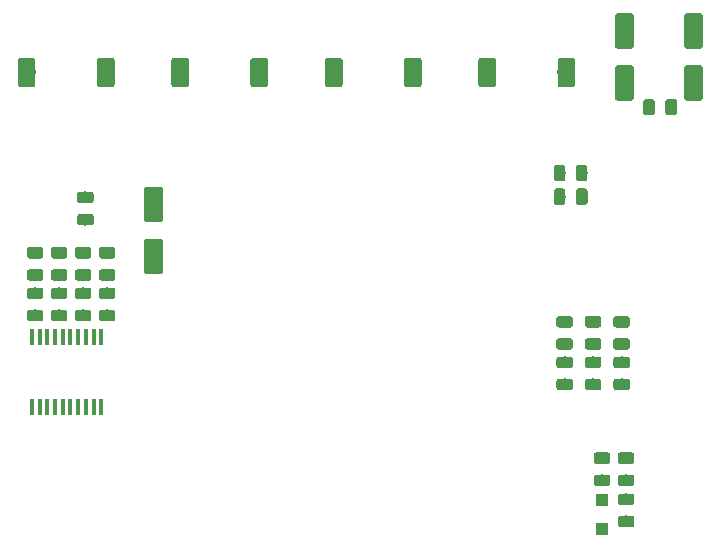
<source format=gbr>
G04 #@! TF.GenerationSoftware,KiCad,Pcbnew,(5.1.4)-1*
G04 #@! TF.CreationDate,2021-11-19T08:14:28-06:00*
G04 #@! TF.ProjectId,RascalHat,52617363-616c-4486-9174-2e6b69636164,rev?*
G04 #@! TF.SameCoordinates,Original*
G04 #@! TF.FileFunction,Paste,Top*
G04 #@! TF.FilePolarity,Positive*
%FSLAX46Y46*%
G04 Gerber Fmt 4.6, Leading zero omitted, Abs format (unit mm)*
G04 Created by KiCad (PCBNEW (5.1.4)-1) date 2021-11-19 08:14:28*
%MOMM*%
%LPD*%
G04 APERTURE LIST*
%ADD10C,0.100000*%
%ADD11C,1.500000*%
%ADD12C,0.975000*%
%ADD13C,1.600000*%
%ADD14R,0.450000X1.450000*%
%ADD15R,1.000000X1.000000*%
G04 APERTURE END LIST*
D10*
G36*
X22074053Y-9851206D02*
G01*
X22098370Y-9854813D01*
X22122216Y-9860786D01*
X22145362Y-9869068D01*
X22167585Y-9879579D01*
X22188670Y-9892217D01*
X22208416Y-9906861D01*
X22226630Y-9923370D01*
X22243139Y-9941584D01*
X22257783Y-9961330D01*
X22270421Y-9982415D01*
X22280932Y-10004638D01*
X22289214Y-10027784D01*
X22295187Y-10051630D01*
X22298794Y-10075947D01*
X22300000Y-10100500D01*
X22300000Y-12099500D01*
X22298794Y-12124053D01*
X22295187Y-12148370D01*
X22289214Y-12172216D01*
X22280932Y-12195362D01*
X22270421Y-12217585D01*
X22257783Y-12238670D01*
X22243139Y-12258416D01*
X22226630Y-12276630D01*
X22208416Y-12293139D01*
X22188670Y-12307783D01*
X22167585Y-12320421D01*
X22145362Y-12330932D01*
X22122216Y-12339214D01*
X22098370Y-12345187D01*
X22074053Y-12348794D01*
X22049500Y-12350000D01*
X21050500Y-12350000D01*
X21025947Y-12348794D01*
X21001630Y-12345187D01*
X20977784Y-12339214D01*
X20954638Y-12330932D01*
X20932415Y-12320421D01*
X20911330Y-12307783D01*
X20891584Y-12293139D01*
X20873370Y-12276630D01*
X20856861Y-12258416D01*
X20842217Y-12238670D01*
X20829579Y-12217585D01*
X20819068Y-12195362D01*
X20810786Y-12172216D01*
X20804813Y-12148370D01*
X20801206Y-12124053D01*
X20800000Y-12099500D01*
X20800000Y-10100500D01*
X20801206Y-10075947D01*
X20804813Y-10051630D01*
X20810786Y-10027784D01*
X20819068Y-10004638D01*
X20829579Y-9982415D01*
X20842217Y-9961330D01*
X20856861Y-9941584D01*
X20873370Y-9923370D01*
X20891584Y-9906861D01*
X20911330Y-9892217D01*
X20932415Y-9879579D01*
X20954638Y-9869068D01*
X20977784Y-9860786D01*
X21001630Y-9854813D01*
X21025947Y-9851206D01*
X21050500Y-9850000D01*
X22049500Y-9850000D01*
X22074053Y-9851206D01*
X22074053Y-9851206D01*
G37*
D11*
X21550000Y-11100000D03*
D10*
G36*
X28774053Y-9851206D02*
G01*
X28798370Y-9854813D01*
X28822216Y-9860786D01*
X28845362Y-9869068D01*
X28867585Y-9879579D01*
X28888670Y-9892217D01*
X28908416Y-9906861D01*
X28926630Y-9923370D01*
X28943139Y-9941584D01*
X28957783Y-9961330D01*
X28970421Y-9982415D01*
X28980932Y-10004638D01*
X28989214Y-10027784D01*
X28995187Y-10051630D01*
X28998794Y-10075947D01*
X29000000Y-10100500D01*
X29000000Y-12099500D01*
X28998794Y-12124053D01*
X28995187Y-12148370D01*
X28989214Y-12172216D01*
X28980932Y-12195362D01*
X28970421Y-12217585D01*
X28957783Y-12238670D01*
X28943139Y-12258416D01*
X28926630Y-12276630D01*
X28908416Y-12293139D01*
X28888670Y-12307783D01*
X28867585Y-12320421D01*
X28845362Y-12330932D01*
X28822216Y-12339214D01*
X28798370Y-12345187D01*
X28774053Y-12348794D01*
X28749500Y-12350000D01*
X27750500Y-12350000D01*
X27725947Y-12348794D01*
X27701630Y-12345187D01*
X27677784Y-12339214D01*
X27654638Y-12330932D01*
X27632415Y-12320421D01*
X27611330Y-12307783D01*
X27591584Y-12293139D01*
X27573370Y-12276630D01*
X27556861Y-12258416D01*
X27542217Y-12238670D01*
X27529579Y-12217585D01*
X27519068Y-12195362D01*
X27510786Y-12172216D01*
X27504813Y-12148370D01*
X27501206Y-12124053D01*
X27500000Y-12099500D01*
X27500000Y-10100500D01*
X27501206Y-10075947D01*
X27504813Y-10051630D01*
X27510786Y-10027784D01*
X27519068Y-10004638D01*
X27529579Y-9982415D01*
X27542217Y-9961330D01*
X27556861Y-9941584D01*
X27573370Y-9923370D01*
X27591584Y-9906861D01*
X27611330Y-9892217D01*
X27632415Y-9879579D01*
X27654638Y-9869068D01*
X27677784Y-9860786D01*
X27701630Y-9854813D01*
X27725947Y-9851206D01*
X27750500Y-9850000D01*
X28749500Y-9850000D01*
X28774053Y-9851206D01*
X28774053Y-9851206D01*
G37*
D11*
X28250000Y-11100000D03*
D10*
G36*
X63387642Y-13341174D02*
G01*
X63411303Y-13344684D01*
X63434507Y-13350496D01*
X63457029Y-13358554D01*
X63478653Y-13368782D01*
X63499170Y-13381079D01*
X63518383Y-13395329D01*
X63536107Y-13411393D01*
X63552171Y-13429117D01*
X63566421Y-13448330D01*
X63578718Y-13468847D01*
X63588946Y-13490471D01*
X63597004Y-13512993D01*
X63602816Y-13536197D01*
X63606326Y-13559858D01*
X63607500Y-13583750D01*
X63607500Y-14496250D01*
X63606326Y-14520142D01*
X63602816Y-14543803D01*
X63597004Y-14567007D01*
X63588946Y-14589529D01*
X63578718Y-14611153D01*
X63566421Y-14631670D01*
X63552171Y-14650883D01*
X63536107Y-14668607D01*
X63518383Y-14684671D01*
X63499170Y-14698921D01*
X63478653Y-14711218D01*
X63457029Y-14721446D01*
X63434507Y-14729504D01*
X63411303Y-14735316D01*
X63387642Y-14738826D01*
X63363750Y-14740000D01*
X62876250Y-14740000D01*
X62852358Y-14738826D01*
X62828697Y-14735316D01*
X62805493Y-14729504D01*
X62782971Y-14721446D01*
X62761347Y-14711218D01*
X62740830Y-14698921D01*
X62721617Y-14684671D01*
X62703893Y-14668607D01*
X62687829Y-14650883D01*
X62673579Y-14631670D01*
X62661282Y-14611153D01*
X62651054Y-14589529D01*
X62642996Y-14567007D01*
X62637184Y-14543803D01*
X62633674Y-14520142D01*
X62632500Y-14496250D01*
X62632500Y-13583750D01*
X62633674Y-13559858D01*
X62637184Y-13536197D01*
X62642996Y-13512993D01*
X62651054Y-13490471D01*
X62661282Y-13468847D01*
X62673579Y-13448330D01*
X62687829Y-13429117D01*
X62703893Y-13411393D01*
X62721617Y-13395329D01*
X62740830Y-13381079D01*
X62761347Y-13368782D01*
X62782971Y-13358554D01*
X62805493Y-13350496D01*
X62828697Y-13344684D01*
X62852358Y-13341174D01*
X62876250Y-13340000D01*
X63363750Y-13340000D01*
X63387642Y-13341174D01*
X63387642Y-13341174D01*
G37*
D12*
X63120000Y-14040000D03*
D10*
G36*
X61512642Y-13341174D02*
G01*
X61536303Y-13344684D01*
X61559507Y-13350496D01*
X61582029Y-13358554D01*
X61603653Y-13368782D01*
X61624170Y-13381079D01*
X61643383Y-13395329D01*
X61661107Y-13411393D01*
X61677171Y-13429117D01*
X61691421Y-13448330D01*
X61703718Y-13468847D01*
X61713946Y-13490471D01*
X61722004Y-13512993D01*
X61727816Y-13536197D01*
X61731326Y-13559858D01*
X61732500Y-13583750D01*
X61732500Y-14496250D01*
X61731326Y-14520142D01*
X61727816Y-14543803D01*
X61722004Y-14567007D01*
X61713946Y-14589529D01*
X61703718Y-14611153D01*
X61691421Y-14631670D01*
X61677171Y-14650883D01*
X61661107Y-14668607D01*
X61643383Y-14684671D01*
X61624170Y-14698921D01*
X61603653Y-14711218D01*
X61582029Y-14721446D01*
X61559507Y-14729504D01*
X61536303Y-14735316D01*
X61512642Y-14738826D01*
X61488750Y-14740000D01*
X61001250Y-14740000D01*
X60977358Y-14738826D01*
X60953697Y-14735316D01*
X60930493Y-14729504D01*
X60907971Y-14721446D01*
X60886347Y-14711218D01*
X60865830Y-14698921D01*
X60846617Y-14684671D01*
X60828893Y-14668607D01*
X60812829Y-14650883D01*
X60798579Y-14631670D01*
X60786282Y-14611153D01*
X60776054Y-14589529D01*
X60767996Y-14567007D01*
X60762184Y-14543803D01*
X60758674Y-14520142D01*
X60757500Y-14496250D01*
X60757500Y-13583750D01*
X60758674Y-13559858D01*
X60762184Y-13536197D01*
X60767996Y-13512993D01*
X60776054Y-13490471D01*
X60786282Y-13468847D01*
X60798579Y-13448330D01*
X60812829Y-13429117D01*
X60828893Y-13411393D01*
X60846617Y-13395329D01*
X60865830Y-13381079D01*
X60886347Y-13368782D01*
X60907971Y-13358554D01*
X60930493Y-13350496D01*
X60953697Y-13344684D01*
X60977358Y-13341174D01*
X61001250Y-13340000D01*
X61488750Y-13340000D01*
X61512642Y-13341174D01*
X61512642Y-13341174D01*
G37*
D12*
X61245000Y-14040000D03*
D10*
G36*
X65584504Y-6091204D02*
G01*
X65608773Y-6094804D01*
X65632571Y-6100765D01*
X65655671Y-6109030D01*
X65677849Y-6119520D01*
X65698893Y-6132133D01*
X65718598Y-6146747D01*
X65736777Y-6163223D01*
X65753253Y-6181402D01*
X65767867Y-6201107D01*
X65780480Y-6222151D01*
X65790970Y-6244329D01*
X65799235Y-6267429D01*
X65805196Y-6291227D01*
X65808796Y-6315496D01*
X65810000Y-6340000D01*
X65810000Y-8840000D01*
X65808796Y-8864504D01*
X65805196Y-8888773D01*
X65799235Y-8912571D01*
X65790970Y-8935671D01*
X65780480Y-8957849D01*
X65767867Y-8978893D01*
X65753253Y-8998598D01*
X65736777Y-9016777D01*
X65718598Y-9033253D01*
X65698893Y-9047867D01*
X65677849Y-9060480D01*
X65655671Y-9070970D01*
X65632571Y-9079235D01*
X65608773Y-9085196D01*
X65584504Y-9088796D01*
X65560000Y-9090000D01*
X64460000Y-9090000D01*
X64435496Y-9088796D01*
X64411227Y-9085196D01*
X64387429Y-9079235D01*
X64364329Y-9070970D01*
X64342151Y-9060480D01*
X64321107Y-9047867D01*
X64301402Y-9033253D01*
X64283223Y-9016777D01*
X64266747Y-8998598D01*
X64252133Y-8978893D01*
X64239520Y-8957849D01*
X64229030Y-8935671D01*
X64220765Y-8912571D01*
X64214804Y-8888773D01*
X64211204Y-8864504D01*
X64210000Y-8840000D01*
X64210000Y-6340000D01*
X64211204Y-6315496D01*
X64214804Y-6291227D01*
X64220765Y-6267429D01*
X64229030Y-6244329D01*
X64239520Y-6222151D01*
X64252133Y-6201107D01*
X64266747Y-6181402D01*
X64283223Y-6163223D01*
X64301402Y-6146747D01*
X64321107Y-6132133D01*
X64342151Y-6119520D01*
X64364329Y-6109030D01*
X64387429Y-6100765D01*
X64411227Y-6094804D01*
X64435496Y-6091204D01*
X64460000Y-6090000D01*
X65560000Y-6090000D01*
X65584504Y-6091204D01*
X65584504Y-6091204D01*
G37*
D13*
X65010000Y-7590000D03*
D10*
G36*
X65584504Y-10491204D02*
G01*
X65608773Y-10494804D01*
X65632571Y-10500765D01*
X65655671Y-10509030D01*
X65677849Y-10519520D01*
X65698893Y-10532133D01*
X65718598Y-10546747D01*
X65736777Y-10563223D01*
X65753253Y-10581402D01*
X65767867Y-10601107D01*
X65780480Y-10622151D01*
X65790970Y-10644329D01*
X65799235Y-10667429D01*
X65805196Y-10691227D01*
X65808796Y-10715496D01*
X65810000Y-10740000D01*
X65810000Y-13240000D01*
X65808796Y-13264504D01*
X65805196Y-13288773D01*
X65799235Y-13312571D01*
X65790970Y-13335671D01*
X65780480Y-13357849D01*
X65767867Y-13378893D01*
X65753253Y-13398598D01*
X65736777Y-13416777D01*
X65718598Y-13433253D01*
X65698893Y-13447867D01*
X65677849Y-13460480D01*
X65655671Y-13470970D01*
X65632571Y-13479235D01*
X65608773Y-13485196D01*
X65584504Y-13488796D01*
X65560000Y-13490000D01*
X64460000Y-13490000D01*
X64435496Y-13488796D01*
X64411227Y-13485196D01*
X64387429Y-13479235D01*
X64364329Y-13470970D01*
X64342151Y-13460480D01*
X64321107Y-13447867D01*
X64301402Y-13433253D01*
X64283223Y-13416777D01*
X64266747Y-13398598D01*
X64252133Y-13378893D01*
X64239520Y-13357849D01*
X64229030Y-13335671D01*
X64220765Y-13312571D01*
X64214804Y-13288773D01*
X64211204Y-13264504D01*
X64210000Y-13240000D01*
X64210000Y-10740000D01*
X64211204Y-10715496D01*
X64214804Y-10691227D01*
X64220765Y-10667429D01*
X64229030Y-10644329D01*
X64239520Y-10622151D01*
X64252133Y-10601107D01*
X64266747Y-10581402D01*
X64283223Y-10563223D01*
X64301402Y-10546747D01*
X64321107Y-10532133D01*
X64342151Y-10519520D01*
X64364329Y-10509030D01*
X64387429Y-10500765D01*
X64411227Y-10494804D01*
X64435496Y-10491204D01*
X64460000Y-10490000D01*
X65560000Y-10490000D01*
X65584504Y-10491204D01*
X65584504Y-10491204D01*
G37*
D13*
X65010000Y-11990000D03*
D10*
G36*
X14010142Y-23071174D02*
G01*
X14033803Y-23074684D01*
X14057007Y-23080496D01*
X14079529Y-23088554D01*
X14101153Y-23098782D01*
X14121670Y-23111079D01*
X14140883Y-23125329D01*
X14158607Y-23141393D01*
X14174671Y-23159117D01*
X14188921Y-23178330D01*
X14201218Y-23198847D01*
X14211446Y-23220471D01*
X14219504Y-23242993D01*
X14225316Y-23266197D01*
X14228826Y-23289858D01*
X14230000Y-23313750D01*
X14230000Y-23801250D01*
X14228826Y-23825142D01*
X14225316Y-23848803D01*
X14219504Y-23872007D01*
X14211446Y-23894529D01*
X14201218Y-23916153D01*
X14188921Y-23936670D01*
X14174671Y-23955883D01*
X14158607Y-23973607D01*
X14140883Y-23989671D01*
X14121670Y-24003921D01*
X14101153Y-24016218D01*
X14079529Y-24026446D01*
X14057007Y-24034504D01*
X14033803Y-24040316D01*
X14010142Y-24043826D01*
X13986250Y-24045000D01*
X13073750Y-24045000D01*
X13049858Y-24043826D01*
X13026197Y-24040316D01*
X13002993Y-24034504D01*
X12980471Y-24026446D01*
X12958847Y-24016218D01*
X12938330Y-24003921D01*
X12919117Y-23989671D01*
X12901393Y-23973607D01*
X12885329Y-23955883D01*
X12871079Y-23936670D01*
X12858782Y-23916153D01*
X12848554Y-23894529D01*
X12840496Y-23872007D01*
X12834684Y-23848803D01*
X12831174Y-23825142D01*
X12830000Y-23801250D01*
X12830000Y-23313750D01*
X12831174Y-23289858D01*
X12834684Y-23266197D01*
X12840496Y-23242993D01*
X12848554Y-23220471D01*
X12858782Y-23198847D01*
X12871079Y-23178330D01*
X12885329Y-23159117D01*
X12901393Y-23141393D01*
X12919117Y-23125329D01*
X12938330Y-23111079D01*
X12958847Y-23098782D01*
X12980471Y-23088554D01*
X13002993Y-23080496D01*
X13026197Y-23074684D01*
X13049858Y-23071174D01*
X13073750Y-23070000D01*
X13986250Y-23070000D01*
X14010142Y-23071174D01*
X14010142Y-23071174D01*
G37*
D12*
X13530000Y-23557500D03*
D10*
G36*
X14010142Y-21196174D02*
G01*
X14033803Y-21199684D01*
X14057007Y-21205496D01*
X14079529Y-21213554D01*
X14101153Y-21223782D01*
X14121670Y-21236079D01*
X14140883Y-21250329D01*
X14158607Y-21266393D01*
X14174671Y-21284117D01*
X14188921Y-21303330D01*
X14201218Y-21323847D01*
X14211446Y-21345471D01*
X14219504Y-21367993D01*
X14225316Y-21391197D01*
X14228826Y-21414858D01*
X14230000Y-21438750D01*
X14230000Y-21926250D01*
X14228826Y-21950142D01*
X14225316Y-21973803D01*
X14219504Y-21997007D01*
X14211446Y-22019529D01*
X14201218Y-22041153D01*
X14188921Y-22061670D01*
X14174671Y-22080883D01*
X14158607Y-22098607D01*
X14140883Y-22114671D01*
X14121670Y-22128921D01*
X14101153Y-22141218D01*
X14079529Y-22151446D01*
X14057007Y-22159504D01*
X14033803Y-22165316D01*
X14010142Y-22168826D01*
X13986250Y-22170000D01*
X13073750Y-22170000D01*
X13049858Y-22168826D01*
X13026197Y-22165316D01*
X13002993Y-22159504D01*
X12980471Y-22151446D01*
X12958847Y-22141218D01*
X12938330Y-22128921D01*
X12919117Y-22114671D01*
X12901393Y-22098607D01*
X12885329Y-22080883D01*
X12871079Y-22061670D01*
X12858782Y-22041153D01*
X12848554Y-22019529D01*
X12840496Y-21997007D01*
X12834684Y-21973803D01*
X12831174Y-21950142D01*
X12830000Y-21926250D01*
X12830000Y-21438750D01*
X12831174Y-21414858D01*
X12834684Y-21391197D01*
X12840496Y-21367993D01*
X12848554Y-21345471D01*
X12858782Y-21323847D01*
X12871079Y-21303330D01*
X12885329Y-21284117D01*
X12901393Y-21266393D01*
X12919117Y-21250329D01*
X12938330Y-21236079D01*
X12958847Y-21223782D01*
X12980471Y-21213554D01*
X13002993Y-21205496D01*
X13026197Y-21199684D01*
X13049858Y-21196174D01*
X13073750Y-21195000D01*
X13986250Y-21195000D01*
X14010142Y-21196174D01*
X14010142Y-21196174D01*
G37*
D12*
X13530000Y-21682500D03*
D10*
G36*
X59734504Y-6091204D02*
G01*
X59758773Y-6094804D01*
X59782571Y-6100765D01*
X59805671Y-6109030D01*
X59827849Y-6119520D01*
X59848893Y-6132133D01*
X59868598Y-6146747D01*
X59886777Y-6163223D01*
X59903253Y-6181402D01*
X59917867Y-6201107D01*
X59930480Y-6222151D01*
X59940970Y-6244329D01*
X59949235Y-6267429D01*
X59955196Y-6291227D01*
X59958796Y-6315496D01*
X59960000Y-6340000D01*
X59960000Y-8840000D01*
X59958796Y-8864504D01*
X59955196Y-8888773D01*
X59949235Y-8912571D01*
X59940970Y-8935671D01*
X59930480Y-8957849D01*
X59917867Y-8978893D01*
X59903253Y-8998598D01*
X59886777Y-9016777D01*
X59868598Y-9033253D01*
X59848893Y-9047867D01*
X59827849Y-9060480D01*
X59805671Y-9070970D01*
X59782571Y-9079235D01*
X59758773Y-9085196D01*
X59734504Y-9088796D01*
X59710000Y-9090000D01*
X58610000Y-9090000D01*
X58585496Y-9088796D01*
X58561227Y-9085196D01*
X58537429Y-9079235D01*
X58514329Y-9070970D01*
X58492151Y-9060480D01*
X58471107Y-9047867D01*
X58451402Y-9033253D01*
X58433223Y-9016777D01*
X58416747Y-8998598D01*
X58402133Y-8978893D01*
X58389520Y-8957849D01*
X58379030Y-8935671D01*
X58370765Y-8912571D01*
X58364804Y-8888773D01*
X58361204Y-8864504D01*
X58360000Y-8840000D01*
X58360000Y-6340000D01*
X58361204Y-6315496D01*
X58364804Y-6291227D01*
X58370765Y-6267429D01*
X58379030Y-6244329D01*
X58389520Y-6222151D01*
X58402133Y-6201107D01*
X58416747Y-6181402D01*
X58433223Y-6163223D01*
X58451402Y-6146747D01*
X58471107Y-6132133D01*
X58492151Y-6119520D01*
X58514329Y-6109030D01*
X58537429Y-6100765D01*
X58561227Y-6094804D01*
X58585496Y-6091204D01*
X58610000Y-6090000D01*
X59710000Y-6090000D01*
X59734504Y-6091204D01*
X59734504Y-6091204D01*
G37*
D13*
X59160000Y-7590000D03*
D10*
G36*
X59734504Y-10491204D02*
G01*
X59758773Y-10494804D01*
X59782571Y-10500765D01*
X59805671Y-10509030D01*
X59827849Y-10519520D01*
X59848893Y-10532133D01*
X59868598Y-10546747D01*
X59886777Y-10563223D01*
X59903253Y-10581402D01*
X59917867Y-10601107D01*
X59930480Y-10622151D01*
X59940970Y-10644329D01*
X59949235Y-10667429D01*
X59955196Y-10691227D01*
X59958796Y-10715496D01*
X59960000Y-10740000D01*
X59960000Y-13240000D01*
X59958796Y-13264504D01*
X59955196Y-13288773D01*
X59949235Y-13312571D01*
X59940970Y-13335671D01*
X59930480Y-13357849D01*
X59917867Y-13378893D01*
X59903253Y-13398598D01*
X59886777Y-13416777D01*
X59868598Y-13433253D01*
X59848893Y-13447867D01*
X59827849Y-13460480D01*
X59805671Y-13470970D01*
X59782571Y-13479235D01*
X59758773Y-13485196D01*
X59734504Y-13488796D01*
X59710000Y-13490000D01*
X58610000Y-13490000D01*
X58585496Y-13488796D01*
X58561227Y-13485196D01*
X58537429Y-13479235D01*
X58514329Y-13470970D01*
X58492151Y-13460480D01*
X58471107Y-13447867D01*
X58451402Y-13433253D01*
X58433223Y-13416777D01*
X58416747Y-13398598D01*
X58402133Y-13378893D01*
X58389520Y-13357849D01*
X58379030Y-13335671D01*
X58370765Y-13312571D01*
X58364804Y-13288773D01*
X58361204Y-13264504D01*
X58360000Y-13240000D01*
X58360000Y-10740000D01*
X58361204Y-10715496D01*
X58364804Y-10691227D01*
X58370765Y-10667429D01*
X58379030Y-10644329D01*
X58389520Y-10622151D01*
X58402133Y-10601107D01*
X58416747Y-10581402D01*
X58433223Y-10563223D01*
X58451402Y-10546747D01*
X58471107Y-10532133D01*
X58492151Y-10519520D01*
X58514329Y-10509030D01*
X58537429Y-10500765D01*
X58561227Y-10494804D01*
X58585496Y-10491204D01*
X58610000Y-10490000D01*
X59710000Y-10490000D01*
X59734504Y-10491204D01*
X59734504Y-10491204D01*
G37*
D13*
X59160000Y-11990000D03*
D10*
G36*
X19874504Y-20761204D02*
G01*
X19898773Y-20764804D01*
X19922571Y-20770765D01*
X19945671Y-20779030D01*
X19967849Y-20789520D01*
X19988893Y-20802133D01*
X20008598Y-20816747D01*
X20026777Y-20833223D01*
X20043253Y-20851402D01*
X20057867Y-20871107D01*
X20070480Y-20892151D01*
X20080970Y-20914329D01*
X20089235Y-20937429D01*
X20095196Y-20961227D01*
X20098796Y-20985496D01*
X20100000Y-21010000D01*
X20100000Y-23510000D01*
X20098796Y-23534504D01*
X20095196Y-23558773D01*
X20089235Y-23582571D01*
X20080970Y-23605671D01*
X20070480Y-23627849D01*
X20057867Y-23648893D01*
X20043253Y-23668598D01*
X20026777Y-23686777D01*
X20008598Y-23703253D01*
X19988893Y-23717867D01*
X19967849Y-23730480D01*
X19945671Y-23740970D01*
X19922571Y-23749235D01*
X19898773Y-23755196D01*
X19874504Y-23758796D01*
X19850000Y-23760000D01*
X18750000Y-23760000D01*
X18725496Y-23758796D01*
X18701227Y-23755196D01*
X18677429Y-23749235D01*
X18654329Y-23740970D01*
X18632151Y-23730480D01*
X18611107Y-23717867D01*
X18591402Y-23703253D01*
X18573223Y-23686777D01*
X18556747Y-23668598D01*
X18542133Y-23648893D01*
X18529520Y-23627849D01*
X18519030Y-23605671D01*
X18510765Y-23582571D01*
X18504804Y-23558773D01*
X18501204Y-23534504D01*
X18500000Y-23510000D01*
X18500000Y-21010000D01*
X18501204Y-20985496D01*
X18504804Y-20961227D01*
X18510765Y-20937429D01*
X18519030Y-20914329D01*
X18529520Y-20892151D01*
X18542133Y-20871107D01*
X18556747Y-20851402D01*
X18573223Y-20833223D01*
X18591402Y-20816747D01*
X18611107Y-20802133D01*
X18632151Y-20789520D01*
X18654329Y-20779030D01*
X18677429Y-20770765D01*
X18701227Y-20764804D01*
X18725496Y-20761204D01*
X18750000Y-20760000D01*
X19850000Y-20760000D01*
X19874504Y-20761204D01*
X19874504Y-20761204D01*
G37*
D13*
X19300000Y-22260000D03*
D10*
G36*
X19874504Y-25161204D02*
G01*
X19898773Y-25164804D01*
X19922571Y-25170765D01*
X19945671Y-25179030D01*
X19967849Y-25189520D01*
X19988893Y-25202133D01*
X20008598Y-25216747D01*
X20026777Y-25233223D01*
X20043253Y-25251402D01*
X20057867Y-25271107D01*
X20070480Y-25292151D01*
X20080970Y-25314329D01*
X20089235Y-25337429D01*
X20095196Y-25361227D01*
X20098796Y-25385496D01*
X20100000Y-25410000D01*
X20100000Y-27910000D01*
X20098796Y-27934504D01*
X20095196Y-27958773D01*
X20089235Y-27982571D01*
X20080970Y-28005671D01*
X20070480Y-28027849D01*
X20057867Y-28048893D01*
X20043253Y-28068598D01*
X20026777Y-28086777D01*
X20008598Y-28103253D01*
X19988893Y-28117867D01*
X19967849Y-28130480D01*
X19945671Y-28140970D01*
X19922571Y-28149235D01*
X19898773Y-28155196D01*
X19874504Y-28158796D01*
X19850000Y-28160000D01*
X18750000Y-28160000D01*
X18725496Y-28158796D01*
X18701227Y-28155196D01*
X18677429Y-28149235D01*
X18654329Y-28140970D01*
X18632151Y-28130480D01*
X18611107Y-28117867D01*
X18591402Y-28103253D01*
X18573223Y-28086777D01*
X18556747Y-28068598D01*
X18542133Y-28048893D01*
X18529520Y-28027849D01*
X18519030Y-28005671D01*
X18510765Y-27982571D01*
X18504804Y-27958773D01*
X18501204Y-27934504D01*
X18500000Y-27910000D01*
X18500000Y-25410000D01*
X18501204Y-25385496D01*
X18504804Y-25361227D01*
X18510765Y-25337429D01*
X18519030Y-25314329D01*
X18529520Y-25292151D01*
X18542133Y-25271107D01*
X18556747Y-25251402D01*
X18573223Y-25233223D01*
X18591402Y-25216747D01*
X18611107Y-25202133D01*
X18632151Y-25189520D01*
X18654329Y-25179030D01*
X18677429Y-25170765D01*
X18701227Y-25164804D01*
X18725496Y-25161204D01*
X18750000Y-25160000D01*
X19850000Y-25160000D01*
X19874504Y-25161204D01*
X19874504Y-25161204D01*
G37*
D13*
X19300000Y-26660000D03*
D10*
G36*
X9074053Y-9851206D02*
G01*
X9098370Y-9854813D01*
X9122216Y-9860786D01*
X9145362Y-9869068D01*
X9167585Y-9879579D01*
X9188670Y-9892217D01*
X9208416Y-9906861D01*
X9226630Y-9923370D01*
X9243139Y-9941584D01*
X9257783Y-9961330D01*
X9270421Y-9982415D01*
X9280932Y-10004638D01*
X9289214Y-10027784D01*
X9295187Y-10051630D01*
X9298794Y-10075947D01*
X9300000Y-10100500D01*
X9300000Y-12099500D01*
X9298794Y-12124053D01*
X9295187Y-12148370D01*
X9289214Y-12172216D01*
X9280932Y-12195362D01*
X9270421Y-12217585D01*
X9257783Y-12238670D01*
X9243139Y-12258416D01*
X9226630Y-12276630D01*
X9208416Y-12293139D01*
X9188670Y-12307783D01*
X9167585Y-12320421D01*
X9145362Y-12330932D01*
X9122216Y-12339214D01*
X9098370Y-12345187D01*
X9074053Y-12348794D01*
X9049500Y-12350000D01*
X8050500Y-12350000D01*
X8025947Y-12348794D01*
X8001630Y-12345187D01*
X7977784Y-12339214D01*
X7954638Y-12330932D01*
X7932415Y-12320421D01*
X7911330Y-12307783D01*
X7891584Y-12293139D01*
X7873370Y-12276630D01*
X7856861Y-12258416D01*
X7842217Y-12238670D01*
X7829579Y-12217585D01*
X7819068Y-12195362D01*
X7810786Y-12172216D01*
X7804813Y-12148370D01*
X7801206Y-12124053D01*
X7800000Y-12099500D01*
X7800000Y-10100500D01*
X7801206Y-10075947D01*
X7804813Y-10051630D01*
X7810786Y-10027784D01*
X7819068Y-10004638D01*
X7829579Y-9982415D01*
X7842217Y-9961330D01*
X7856861Y-9941584D01*
X7873370Y-9923370D01*
X7891584Y-9906861D01*
X7911330Y-9892217D01*
X7932415Y-9879579D01*
X7954638Y-9869068D01*
X7977784Y-9860786D01*
X8001630Y-9854813D01*
X8025947Y-9851206D01*
X8050500Y-9850000D01*
X9049500Y-9850000D01*
X9074053Y-9851206D01*
X9074053Y-9851206D01*
G37*
D11*
X8550000Y-11100000D03*
D10*
G36*
X15774053Y-9851206D02*
G01*
X15798370Y-9854813D01*
X15822216Y-9860786D01*
X15845362Y-9869068D01*
X15867585Y-9879579D01*
X15888670Y-9892217D01*
X15908416Y-9906861D01*
X15926630Y-9923370D01*
X15943139Y-9941584D01*
X15957783Y-9961330D01*
X15970421Y-9982415D01*
X15980932Y-10004638D01*
X15989214Y-10027784D01*
X15995187Y-10051630D01*
X15998794Y-10075947D01*
X16000000Y-10100500D01*
X16000000Y-12099500D01*
X15998794Y-12124053D01*
X15995187Y-12148370D01*
X15989214Y-12172216D01*
X15980932Y-12195362D01*
X15970421Y-12217585D01*
X15957783Y-12238670D01*
X15943139Y-12258416D01*
X15926630Y-12276630D01*
X15908416Y-12293139D01*
X15888670Y-12307783D01*
X15867585Y-12320421D01*
X15845362Y-12330932D01*
X15822216Y-12339214D01*
X15798370Y-12345187D01*
X15774053Y-12348794D01*
X15749500Y-12350000D01*
X14750500Y-12350000D01*
X14725947Y-12348794D01*
X14701630Y-12345187D01*
X14677784Y-12339214D01*
X14654638Y-12330932D01*
X14632415Y-12320421D01*
X14611330Y-12307783D01*
X14591584Y-12293139D01*
X14573370Y-12276630D01*
X14556861Y-12258416D01*
X14542217Y-12238670D01*
X14529579Y-12217585D01*
X14519068Y-12195362D01*
X14510786Y-12172216D01*
X14504813Y-12148370D01*
X14501206Y-12124053D01*
X14500000Y-12099500D01*
X14500000Y-10100500D01*
X14501206Y-10075947D01*
X14504813Y-10051630D01*
X14510786Y-10027784D01*
X14519068Y-10004638D01*
X14529579Y-9982415D01*
X14542217Y-9961330D01*
X14556861Y-9941584D01*
X14573370Y-9923370D01*
X14591584Y-9906861D01*
X14611330Y-9892217D01*
X14632415Y-9879579D01*
X14654638Y-9869068D01*
X14677784Y-9860786D01*
X14701630Y-9854813D01*
X14725947Y-9851206D01*
X14750500Y-9850000D01*
X15749500Y-9850000D01*
X15774053Y-9851206D01*
X15774053Y-9851206D01*
G37*
D11*
X15250000Y-11100000D03*
D14*
X14863000Y-39399000D03*
X14213000Y-39399000D03*
X13563000Y-39399000D03*
X12913000Y-39399000D03*
X12263000Y-39399000D03*
X11613000Y-39399000D03*
X10963000Y-39399000D03*
X10313000Y-39399000D03*
X9663000Y-39399000D03*
X9013000Y-39399000D03*
X9013000Y-33499000D03*
X9663000Y-33499000D03*
X10313000Y-33499000D03*
X10963000Y-33499000D03*
X11613000Y-33499000D03*
X12263000Y-33499000D03*
X12913000Y-33499000D03*
X13563000Y-33499000D03*
X14213000Y-33499000D03*
X14863000Y-33499000D03*
D10*
G36*
X54582142Y-31723174D02*
G01*
X54605803Y-31726684D01*
X54629007Y-31732496D01*
X54651529Y-31740554D01*
X54673153Y-31750782D01*
X54693670Y-31763079D01*
X54712883Y-31777329D01*
X54730607Y-31793393D01*
X54746671Y-31811117D01*
X54760921Y-31830330D01*
X54773218Y-31850847D01*
X54783446Y-31872471D01*
X54791504Y-31894993D01*
X54797316Y-31918197D01*
X54800826Y-31941858D01*
X54802000Y-31965750D01*
X54802000Y-32453250D01*
X54800826Y-32477142D01*
X54797316Y-32500803D01*
X54791504Y-32524007D01*
X54783446Y-32546529D01*
X54773218Y-32568153D01*
X54760921Y-32588670D01*
X54746671Y-32607883D01*
X54730607Y-32625607D01*
X54712883Y-32641671D01*
X54693670Y-32655921D01*
X54673153Y-32668218D01*
X54651529Y-32678446D01*
X54629007Y-32686504D01*
X54605803Y-32692316D01*
X54582142Y-32695826D01*
X54558250Y-32697000D01*
X53645750Y-32697000D01*
X53621858Y-32695826D01*
X53598197Y-32692316D01*
X53574993Y-32686504D01*
X53552471Y-32678446D01*
X53530847Y-32668218D01*
X53510330Y-32655921D01*
X53491117Y-32641671D01*
X53473393Y-32625607D01*
X53457329Y-32607883D01*
X53443079Y-32588670D01*
X53430782Y-32568153D01*
X53420554Y-32546529D01*
X53412496Y-32524007D01*
X53406684Y-32500803D01*
X53403174Y-32477142D01*
X53402000Y-32453250D01*
X53402000Y-31965750D01*
X53403174Y-31941858D01*
X53406684Y-31918197D01*
X53412496Y-31894993D01*
X53420554Y-31872471D01*
X53430782Y-31850847D01*
X53443079Y-31830330D01*
X53457329Y-31811117D01*
X53473393Y-31793393D01*
X53491117Y-31777329D01*
X53510330Y-31763079D01*
X53530847Y-31750782D01*
X53552471Y-31740554D01*
X53574993Y-31732496D01*
X53598197Y-31726684D01*
X53621858Y-31723174D01*
X53645750Y-31722000D01*
X54558250Y-31722000D01*
X54582142Y-31723174D01*
X54582142Y-31723174D01*
G37*
D12*
X54102000Y-32209500D03*
D10*
G36*
X54582142Y-33598174D02*
G01*
X54605803Y-33601684D01*
X54629007Y-33607496D01*
X54651529Y-33615554D01*
X54673153Y-33625782D01*
X54693670Y-33638079D01*
X54712883Y-33652329D01*
X54730607Y-33668393D01*
X54746671Y-33686117D01*
X54760921Y-33705330D01*
X54773218Y-33725847D01*
X54783446Y-33747471D01*
X54791504Y-33769993D01*
X54797316Y-33793197D01*
X54800826Y-33816858D01*
X54802000Y-33840750D01*
X54802000Y-34328250D01*
X54800826Y-34352142D01*
X54797316Y-34375803D01*
X54791504Y-34399007D01*
X54783446Y-34421529D01*
X54773218Y-34443153D01*
X54760921Y-34463670D01*
X54746671Y-34482883D01*
X54730607Y-34500607D01*
X54712883Y-34516671D01*
X54693670Y-34530921D01*
X54673153Y-34543218D01*
X54651529Y-34553446D01*
X54629007Y-34561504D01*
X54605803Y-34567316D01*
X54582142Y-34570826D01*
X54558250Y-34572000D01*
X53645750Y-34572000D01*
X53621858Y-34570826D01*
X53598197Y-34567316D01*
X53574993Y-34561504D01*
X53552471Y-34553446D01*
X53530847Y-34543218D01*
X53510330Y-34530921D01*
X53491117Y-34516671D01*
X53473393Y-34500607D01*
X53457329Y-34482883D01*
X53443079Y-34463670D01*
X53430782Y-34443153D01*
X53420554Y-34421529D01*
X53412496Y-34399007D01*
X53406684Y-34375803D01*
X53403174Y-34352142D01*
X53402000Y-34328250D01*
X53402000Y-33840750D01*
X53403174Y-33816858D01*
X53406684Y-33793197D01*
X53412496Y-33769993D01*
X53420554Y-33747471D01*
X53430782Y-33725847D01*
X53443079Y-33705330D01*
X53457329Y-33686117D01*
X53473393Y-33668393D01*
X53491117Y-33652329D01*
X53510330Y-33638079D01*
X53530847Y-33625782D01*
X53552471Y-33615554D01*
X53574993Y-33607496D01*
X53598197Y-33601684D01*
X53621858Y-33598174D01*
X53645750Y-33597000D01*
X54558250Y-33597000D01*
X54582142Y-33598174D01*
X54582142Y-33598174D01*
G37*
D12*
X54102000Y-34084500D03*
D10*
G36*
X56995142Y-31723174D02*
G01*
X57018803Y-31726684D01*
X57042007Y-31732496D01*
X57064529Y-31740554D01*
X57086153Y-31750782D01*
X57106670Y-31763079D01*
X57125883Y-31777329D01*
X57143607Y-31793393D01*
X57159671Y-31811117D01*
X57173921Y-31830330D01*
X57186218Y-31850847D01*
X57196446Y-31872471D01*
X57204504Y-31894993D01*
X57210316Y-31918197D01*
X57213826Y-31941858D01*
X57215000Y-31965750D01*
X57215000Y-32453250D01*
X57213826Y-32477142D01*
X57210316Y-32500803D01*
X57204504Y-32524007D01*
X57196446Y-32546529D01*
X57186218Y-32568153D01*
X57173921Y-32588670D01*
X57159671Y-32607883D01*
X57143607Y-32625607D01*
X57125883Y-32641671D01*
X57106670Y-32655921D01*
X57086153Y-32668218D01*
X57064529Y-32678446D01*
X57042007Y-32686504D01*
X57018803Y-32692316D01*
X56995142Y-32695826D01*
X56971250Y-32697000D01*
X56058750Y-32697000D01*
X56034858Y-32695826D01*
X56011197Y-32692316D01*
X55987993Y-32686504D01*
X55965471Y-32678446D01*
X55943847Y-32668218D01*
X55923330Y-32655921D01*
X55904117Y-32641671D01*
X55886393Y-32625607D01*
X55870329Y-32607883D01*
X55856079Y-32588670D01*
X55843782Y-32568153D01*
X55833554Y-32546529D01*
X55825496Y-32524007D01*
X55819684Y-32500803D01*
X55816174Y-32477142D01*
X55815000Y-32453250D01*
X55815000Y-31965750D01*
X55816174Y-31941858D01*
X55819684Y-31918197D01*
X55825496Y-31894993D01*
X55833554Y-31872471D01*
X55843782Y-31850847D01*
X55856079Y-31830330D01*
X55870329Y-31811117D01*
X55886393Y-31793393D01*
X55904117Y-31777329D01*
X55923330Y-31763079D01*
X55943847Y-31750782D01*
X55965471Y-31740554D01*
X55987993Y-31732496D01*
X56011197Y-31726684D01*
X56034858Y-31723174D01*
X56058750Y-31722000D01*
X56971250Y-31722000D01*
X56995142Y-31723174D01*
X56995142Y-31723174D01*
G37*
D12*
X56515000Y-32209500D03*
D10*
G36*
X56995142Y-33598174D02*
G01*
X57018803Y-33601684D01*
X57042007Y-33607496D01*
X57064529Y-33615554D01*
X57086153Y-33625782D01*
X57106670Y-33638079D01*
X57125883Y-33652329D01*
X57143607Y-33668393D01*
X57159671Y-33686117D01*
X57173921Y-33705330D01*
X57186218Y-33725847D01*
X57196446Y-33747471D01*
X57204504Y-33769993D01*
X57210316Y-33793197D01*
X57213826Y-33816858D01*
X57215000Y-33840750D01*
X57215000Y-34328250D01*
X57213826Y-34352142D01*
X57210316Y-34375803D01*
X57204504Y-34399007D01*
X57196446Y-34421529D01*
X57186218Y-34443153D01*
X57173921Y-34463670D01*
X57159671Y-34482883D01*
X57143607Y-34500607D01*
X57125883Y-34516671D01*
X57106670Y-34530921D01*
X57086153Y-34543218D01*
X57064529Y-34553446D01*
X57042007Y-34561504D01*
X57018803Y-34567316D01*
X56995142Y-34570826D01*
X56971250Y-34572000D01*
X56058750Y-34572000D01*
X56034858Y-34570826D01*
X56011197Y-34567316D01*
X55987993Y-34561504D01*
X55965471Y-34553446D01*
X55943847Y-34543218D01*
X55923330Y-34530921D01*
X55904117Y-34516671D01*
X55886393Y-34500607D01*
X55870329Y-34482883D01*
X55856079Y-34463670D01*
X55843782Y-34443153D01*
X55833554Y-34421529D01*
X55825496Y-34399007D01*
X55819684Y-34375803D01*
X55816174Y-34352142D01*
X55815000Y-34328250D01*
X55815000Y-33840750D01*
X55816174Y-33816858D01*
X55819684Y-33793197D01*
X55825496Y-33769993D01*
X55833554Y-33747471D01*
X55843782Y-33725847D01*
X55856079Y-33705330D01*
X55870329Y-33686117D01*
X55886393Y-33668393D01*
X55904117Y-33652329D01*
X55923330Y-33638079D01*
X55943847Y-33625782D01*
X55965471Y-33615554D01*
X55987993Y-33607496D01*
X56011197Y-33601684D01*
X56034858Y-33598174D01*
X56058750Y-33597000D01*
X56971250Y-33597000D01*
X56995142Y-33598174D01*
X56995142Y-33598174D01*
G37*
D12*
X56515000Y-34084500D03*
D10*
G36*
X59408142Y-31723174D02*
G01*
X59431803Y-31726684D01*
X59455007Y-31732496D01*
X59477529Y-31740554D01*
X59499153Y-31750782D01*
X59519670Y-31763079D01*
X59538883Y-31777329D01*
X59556607Y-31793393D01*
X59572671Y-31811117D01*
X59586921Y-31830330D01*
X59599218Y-31850847D01*
X59609446Y-31872471D01*
X59617504Y-31894993D01*
X59623316Y-31918197D01*
X59626826Y-31941858D01*
X59628000Y-31965750D01*
X59628000Y-32453250D01*
X59626826Y-32477142D01*
X59623316Y-32500803D01*
X59617504Y-32524007D01*
X59609446Y-32546529D01*
X59599218Y-32568153D01*
X59586921Y-32588670D01*
X59572671Y-32607883D01*
X59556607Y-32625607D01*
X59538883Y-32641671D01*
X59519670Y-32655921D01*
X59499153Y-32668218D01*
X59477529Y-32678446D01*
X59455007Y-32686504D01*
X59431803Y-32692316D01*
X59408142Y-32695826D01*
X59384250Y-32697000D01*
X58471750Y-32697000D01*
X58447858Y-32695826D01*
X58424197Y-32692316D01*
X58400993Y-32686504D01*
X58378471Y-32678446D01*
X58356847Y-32668218D01*
X58336330Y-32655921D01*
X58317117Y-32641671D01*
X58299393Y-32625607D01*
X58283329Y-32607883D01*
X58269079Y-32588670D01*
X58256782Y-32568153D01*
X58246554Y-32546529D01*
X58238496Y-32524007D01*
X58232684Y-32500803D01*
X58229174Y-32477142D01*
X58228000Y-32453250D01*
X58228000Y-31965750D01*
X58229174Y-31941858D01*
X58232684Y-31918197D01*
X58238496Y-31894993D01*
X58246554Y-31872471D01*
X58256782Y-31850847D01*
X58269079Y-31830330D01*
X58283329Y-31811117D01*
X58299393Y-31793393D01*
X58317117Y-31777329D01*
X58336330Y-31763079D01*
X58356847Y-31750782D01*
X58378471Y-31740554D01*
X58400993Y-31732496D01*
X58424197Y-31726684D01*
X58447858Y-31723174D01*
X58471750Y-31722000D01*
X59384250Y-31722000D01*
X59408142Y-31723174D01*
X59408142Y-31723174D01*
G37*
D12*
X58928000Y-32209500D03*
D10*
G36*
X59408142Y-33598174D02*
G01*
X59431803Y-33601684D01*
X59455007Y-33607496D01*
X59477529Y-33615554D01*
X59499153Y-33625782D01*
X59519670Y-33638079D01*
X59538883Y-33652329D01*
X59556607Y-33668393D01*
X59572671Y-33686117D01*
X59586921Y-33705330D01*
X59599218Y-33725847D01*
X59609446Y-33747471D01*
X59617504Y-33769993D01*
X59623316Y-33793197D01*
X59626826Y-33816858D01*
X59628000Y-33840750D01*
X59628000Y-34328250D01*
X59626826Y-34352142D01*
X59623316Y-34375803D01*
X59617504Y-34399007D01*
X59609446Y-34421529D01*
X59599218Y-34443153D01*
X59586921Y-34463670D01*
X59572671Y-34482883D01*
X59556607Y-34500607D01*
X59538883Y-34516671D01*
X59519670Y-34530921D01*
X59499153Y-34543218D01*
X59477529Y-34553446D01*
X59455007Y-34561504D01*
X59431803Y-34567316D01*
X59408142Y-34570826D01*
X59384250Y-34572000D01*
X58471750Y-34572000D01*
X58447858Y-34570826D01*
X58424197Y-34567316D01*
X58400993Y-34561504D01*
X58378471Y-34553446D01*
X58356847Y-34543218D01*
X58336330Y-34530921D01*
X58317117Y-34516671D01*
X58299393Y-34500607D01*
X58283329Y-34482883D01*
X58269079Y-34463670D01*
X58256782Y-34443153D01*
X58246554Y-34421529D01*
X58238496Y-34399007D01*
X58232684Y-34375803D01*
X58229174Y-34352142D01*
X58228000Y-34328250D01*
X58228000Y-33840750D01*
X58229174Y-33816858D01*
X58232684Y-33793197D01*
X58238496Y-33769993D01*
X58246554Y-33747471D01*
X58256782Y-33725847D01*
X58269079Y-33705330D01*
X58283329Y-33686117D01*
X58299393Y-33668393D01*
X58317117Y-33652329D01*
X58336330Y-33638079D01*
X58356847Y-33625782D01*
X58378471Y-33615554D01*
X58400993Y-33607496D01*
X58424197Y-33601684D01*
X58447858Y-33598174D01*
X58471750Y-33597000D01*
X59384250Y-33597000D01*
X59408142Y-33598174D01*
X59408142Y-33598174D01*
G37*
D12*
X58928000Y-34084500D03*
D10*
G36*
X54774053Y-9851206D02*
G01*
X54798370Y-9854813D01*
X54822216Y-9860786D01*
X54845362Y-9869068D01*
X54867585Y-9879579D01*
X54888670Y-9892217D01*
X54908416Y-9906861D01*
X54926630Y-9923370D01*
X54943139Y-9941584D01*
X54957783Y-9961330D01*
X54970421Y-9982415D01*
X54980932Y-10004638D01*
X54989214Y-10027784D01*
X54995187Y-10051630D01*
X54998794Y-10075947D01*
X55000000Y-10100500D01*
X55000000Y-12099500D01*
X54998794Y-12124053D01*
X54995187Y-12148370D01*
X54989214Y-12172216D01*
X54980932Y-12195362D01*
X54970421Y-12217585D01*
X54957783Y-12238670D01*
X54943139Y-12258416D01*
X54926630Y-12276630D01*
X54908416Y-12293139D01*
X54888670Y-12307783D01*
X54867585Y-12320421D01*
X54845362Y-12330932D01*
X54822216Y-12339214D01*
X54798370Y-12345187D01*
X54774053Y-12348794D01*
X54749500Y-12350000D01*
X53750500Y-12350000D01*
X53725947Y-12348794D01*
X53701630Y-12345187D01*
X53677784Y-12339214D01*
X53654638Y-12330932D01*
X53632415Y-12320421D01*
X53611330Y-12307783D01*
X53591584Y-12293139D01*
X53573370Y-12276630D01*
X53556861Y-12258416D01*
X53542217Y-12238670D01*
X53529579Y-12217585D01*
X53519068Y-12195362D01*
X53510786Y-12172216D01*
X53504813Y-12148370D01*
X53501206Y-12124053D01*
X53500000Y-12099500D01*
X53500000Y-10100500D01*
X53501206Y-10075947D01*
X53504813Y-10051630D01*
X53510786Y-10027784D01*
X53519068Y-10004638D01*
X53529579Y-9982415D01*
X53542217Y-9961330D01*
X53556861Y-9941584D01*
X53573370Y-9923370D01*
X53591584Y-9906861D01*
X53611330Y-9892217D01*
X53632415Y-9879579D01*
X53654638Y-9869068D01*
X53677784Y-9860786D01*
X53701630Y-9854813D01*
X53725947Y-9851206D01*
X53750500Y-9850000D01*
X54749500Y-9850000D01*
X54774053Y-9851206D01*
X54774053Y-9851206D01*
G37*
D11*
X54250000Y-11100000D03*
D10*
G36*
X48074053Y-9851206D02*
G01*
X48098370Y-9854813D01*
X48122216Y-9860786D01*
X48145362Y-9869068D01*
X48167585Y-9879579D01*
X48188670Y-9892217D01*
X48208416Y-9906861D01*
X48226630Y-9923370D01*
X48243139Y-9941584D01*
X48257783Y-9961330D01*
X48270421Y-9982415D01*
X48280932Y-10004638D01*
X48289214Y-10027784D01*
X48295187Y-10051630D01*
X48298794Y-10075947D01*
X48300000Y-10100500D01*
X48300000Y-12099500D01*
X48298794Y-12124053D01*
X48295187Y-12148370D01*
X48289214Y-12172216D01*
X48280932Y-12195362D01*
X48270421Y-12217585D01*
X48257783Y-12238670D01*
X48243139Y-12258416D01*
X48226630Y-12276630D01*
X48208416Y-12293139D01*
X48188670Y-12307783D01*
X48167585Y-12320421D01*
X48145362Y-12330932D01*
X48122216Y-12339214D01*
X48098370Y-12345187D01*
X48074053Y-12348794D01*
X48049500Y-12350000D01*
X47050500Y-12350000D01*
X47025947Y-12348794D01*
X47001630Y-12345187D01*
X46977784Y-12339214D01*
X46954638Y-12330932D01*
X46932415Y-12320421D01*
X46911330Y-12307783D01*
X46891584Y-12293139D01*
X46873370Y-12276630D01*
X46856861Y-12258416D01*
X46842217Y-12238670D01*
X46829579Y-12217585D01*
X46819068Y-12195362D01*
X46810786Y-12172216D01*
X46804813Y-12148370D01*
X46801206Y-12124053D01*
X46800000Y-12099500D01*
X46800000Y-10100500D01*
X46801206Y-10075947D01*
X46804813Y-10051630D01*
X46810786Y-10027784D01*
X46819068Y-10004638D01*
X46829579Y-9982415D01*
X46842217Y-9961330D01*
X46856861Y-9941584D01*
X46873370Y-9923370D01*
X46891584Y-9906861D01*
X46911330Y-9892217D01*
X46932415Y-9879579D01*
X46954638Y-9869068D01*
X46977784Y-9860786D01*
X47001630Y-9854813D01*
X47025947Y-9851206D01*
X47050500Y-9850000D01*
X48049500Y-9850000D01*
X48074053Y-9851206D01*
X48074053Y-9851206D01*
G37*
D11*
X47550000Y-11100000D03*
D10*
G36*
X35074053Y-9851206D02*
G01*
X35098370Y-9854813D01*
X35122216Y-9860786D01*
X35145362Y-9869068D01*
X35167585Y-9879579D01*
X35188670Y-9892217D01*
X35208416Y-9906861D01*
X35226630Y-9923370D01*
X35243139Y-9941584D01*
X35257783Y-9961330D01*
X35270421Y-9982415D01*
X35280932Y-10004638D01*
X35289214Y-10027784D01*
X35295187Y-10051630D01*
X35298794Y-10075947D01*
X35300000Y-10100500D01*
X35300000Y-12099500D01*
X35298794Y-12124053D01*
X35295187Y-12148370D01*
X35289214Y-12172216D01*
X35280932Y-12195362D01*
X35270421Y-12217585D01*
X35257783Y-12238670D01*
X35243139Y-12258416D01*
X35226630Y-12276630D01*
X35208416Y-12293139D01*
X35188670Y-12307783D01*
X35167585Y-12320421D01*
X35145362Y-12330932D01*
X35122216Y-12339214D01*
X35098370Y-12345187D01*
X35074053Y-12348794D01*
X35049500Y-12350000D01*
X34050500Y-12350000D01*
X34025947Y-12348794D01*
X34001630Y-12345187D01*
X33977784Y-12339214D01*
X33954638Y-12330932D01*
X33932415Y-12320421D01*
X33911330Y-12307783D01*
X33891584Y-12293139D01*
X33873370Y-12276630D01*
X33856861Y-12258416D01*
X33842217Y-12238670D01*
X33829579Y-12217585D01*
X33819068Y-12195362D01*
X33810786Y-12172216D01*
X33804813Y-12148370D01*
X33801206Y-12124053D01*
X33800000Y-12099500D01*
X33800000Y-10100500D01*
X33801206Y-10075947D01*
X33804813Y-10051630D01*
X33810786Y-10027784D01*
X33819068Y-10004638D01*
X33829579Y-9982415D01*
X33842217Y-9961330D01*
X33856861Y-9941584D01*
X33873370Y-9923370D01*
X33891584Y-9906861D01*
X33911330Y-9892217D01*
X33932415Y-9879579D01*
X33954638Y-9869068D01*
X33977784Y-9860786D01*
X34001630Y-9854813D01*
X34025947Y-9851206D01*
X34050500Y-9850000D01*
X35049500Y-9850000D01*
X35074053Y-9851206D01*
X35074053Y-9851206D01*
G37*
D11*
X34550000Y-11100000D03*
D10*
G36*
X41774053Y-9851206D02*
G01*
X41798370Y-9854813D01*
X41822216Y-9860786D01*
X41845362Y-9869068D01*
X41867585Y-9879579D01*
X41888670Y-9892217D01*
X41908416Y-9906861D01*
X41926630Y-9923370D01*
X41943139Y-9941584D01*
X41957783Y-9961330D01*
X41970421Y-9982415D01*
X41980932Y-10004638D01*
X41989214Y-10027784D01*
X41995187Y-10051630D01*
X41998794Y-10075947D01*
X42000000Y-10100500D01*
X42000000Y-12099500D01*
X41998794Y-12124053D01*
X41995187Y-12148370D01*
X41989214Y-12172216D01*
X41980932Y-12195362D01*
X41970421Y-12217585D01*
X41957783Y-12238670D01*
X41943139Y-12258416D01*
X41926630Y-12276630D01*
X41908416Y-12293139D01*
X41888670Y-12307783D01*
X41867585Y-12320421D01*
X41845362Y-12330932D01*
X41822216Y-12339214D01*
X41798370Y-12345187D01*
X41774053Y-12348794D01*
X41749500Y-12350000D01*
X40750500Y-12350000D01*
X40725947Y-12348794D01*
X40701630Y-12345187D01*
X40677784Y-12339214D01*
X40654638Y-12330932D01*
X40632415Y-12320421D01*
X40611330Y-12307783D01*
X40591584Y-12293139D01*
X40573370Y-12276630D01*
X40556861Y-12258416D01*
X40542217Y-12238670D01*
X40529579Y-12217585D01*
X40519068Y-12195362D01*
X40510786Y-12172216D01*
X40504813Y-12148370D01*
X40501206Y-12124053D01*
X40500000Y-12099500D01*
X40500000Y-10100500D01*
X40501206Y-10075947D01*
X40504813Y-10051630D01*
X40510786Y-10027784D01*
X40519068Y-10004638D01*
X40529579Y-9982415D01*
X40542217Y-9961330D01*
X40556861Y-9941584D01*
X40573370Y-9923370D01*
X40591584Y-9906861D01*
X40611330Y-9892217D01*
X40632415Y-9879579D01*
X40654638Y-9869068D01*
X40677784Y-9860786D01*
X40701630Y-9854813D01*
X40725947Y-9851206D01*
X40750500Y-9850000D01*
X41749500Y-9850000D01*
X41774053Y-9851206D01*
X41774053Y-9851206D01*
G37*
D11*
X41250000Y-11100000D03*
D10*
G36*
X54582142Y-37027174D02*
G01*
X54605803Y-37030684D01*
X54629007Y-37036496D01*
X54651529Y-37044554D01*
X54673153Y-37054782D01*
X54693670Y-37067079D01*
X54712883Y-37081329D01*
X54730607Y-37097393D01*
X54746671Y-37115117D01*
X54760921Y-37134330D01*
X54773218Y-37154847D01*
X54783446Y-37176471D01*
X54791504Y-37198993D01*
X54797316Y-37222197D01*
X54800826Y-37245858D01*
X54802000Y-37269750D01*
X54802000Y-37757250D01*
X54800826Y-37781142D01*
X54797316Y-37804803D01*
X54791504Y-37828007D01*
X54783446Y-37850529D01*
X54773218Y-37872153D01*
X54760921Y-37892670D01*
X54746671Y-37911883D01*
X54730607Y-37929607D01*
X54712883Y-37945671D01*
X54693670Y-37959921D01*
X54673153Y-37972218D01*
X54651529Y-37982446D01*
X54629007Y-37990504D01*
X54605803Y-37996316D01*
X54582142Y-37999826D01*
X54558250Y-38001000D01*
X53645750Y-38001000D01*
X53621858Y-37999826D01*
X53598197Y-37996316D01*
X53574993Y-37990504D01*
X53552471Y-37982446D01*
X53530847Y-37972218D01*
X53510330Y-37959921D01*
X53491117Y-37945671D01*
X53473393Y-37929607D01*
X53457329Y-37911883D01*
X53443079Y-37892670D01*
X53430782Y-37872153D01*
X53420554Y-37850529D01*
X53412496Y-37828007D01*
X53406684Y-37804803D01*
X53403174Y-37781142D01*
X53402000Y-37757250D01*
X53402000Y-37269750D01*
X53403174Y-37245858D01*
X53406684Y-37222197D01*
X53412496Y-37198993D01*
X53420554Y-37176471D01*
X53430782Y-37154847D01*
X53443079Y-37134330D01*
X53457329Y-37115117D01*
X53473393Y-37097393D01*
X53491117Y-37081329D01*
X53510330Y-37067079D01*
X53530847Y-37054782D01*
X53552471Y-37044554D01*
X53574993Y-37036496D01*
X53598197Y-37030684D01*
X53621858Y-37027174D01*
X53645750Y-37026000D01*
X54558250Y-37026000D01*
X54582142Y-37027174D01*
X54582142Y-37027174D01*
G37*
D12*
X54102000Y-37513500D03*
D10*
G36*
X54582142Y-35152174D02*
G01*
X54605803Y-35155684D01*
X54629007Y-35161496D01*
X54651529Y-35169554D01*
X54673153Y-35179782D01*
X54693670Y-35192079D01*
X54712883Y-35206329D01*
X54730607Y-35222393D01*
X54746671Y-35240117D01*
X54760921Y-35259330D01*
X54773218Y-35279847D01*
X54783446Y-35301471D01*
X54791504Y-35323993D01*
X54797316Y-35347197D01*
X54800826Y-35370858D01*
X54802000Y-35394750D01*
X54802000Y-35882250D01*
X54800826Y-35906142D01*
X54797316Y-35929803D01*
X54791504Y-35953007D01*
X54783446Y-35975529D01*
X54773218Y-35997153D01*
X54760921Y-36017670D01*
X54746671Y-36036883D01*
X54730607Y-36054607D01*
X54712883Y-36070671D01*
X54693670Y-36084921D01*
X54673153Y-36097218D01*
X54651529Y-36107446D01*
X54629007Y-36115504D01*
X54605803Y-36121316D01*
X54582142Y-36124826D01*
X54558250Y-36126000D01*
X53645750Y-36126000D01*
X53621858Y-36124826D01*
X53598197Y-36121316D01*
X53574993Y-36115504D01*
X53552471Y-36107446D01*
X53530847Y-36097218D01*
X53510330Y-36084921D01*
X53491117Y-36070671D01*
X53473393Y-36054607D01*
X53457329Y-36036883D01*
X53443079Y-36017670D01*
X53430782Y-35997153D01*
X53420554Y-35975529D01*
X53412496Y-35953007D01*
X53406684Y-35929803D01*
X53403174Y-35906142D01*
X53402000Y-35882250D01*
X53402000Y-35394750D01*
X53403174Y-35370858D01*
X53406684Y-35347197D01*
X53412496Y-35323993D01*
X53420554Y-35301471D01*
X53430782Y-35279847D01*
X53443079Y-35259330D01*
X53457329Y-35240117D01*
X53473393Y-35222393D01*
X53491117Y-35206329D01*
X53510330Y-35192079D01*
X53530847Y-35179782D01*
X53552471Y-35169554D01*
X53574993Y-35161496D01*
X53598197Y-35155684D01*
X53621858Y-35152174D01*
X53645750Y-35151000D01*
X54558250Y-35151000D01*
X54582142Y-35152174D01*
X54582142Y-35152174D01*
G37*
D12*
X54102000Y-35638500D03*
D10*
G36*
X56995142Y-37027174D02*
G01*
X57018803Y-37030684D01*
X57042007Y-37036496D01*
X57064529Y-37044554D01*
X57086153Y-37054782D01*
X57106670Y-37067079D01*
X57125883Y-37081329D01*
X57143607Y-37097393D01*
X57159671Y-37115117D01*
X57173921Y-37134330D01*
X57186218Y-37154847D01*
X57196446Y-37176471D01*
X57204504Y-37198993D01*
X57210316Y-37222197D01*
X57213826Y-37245858D01*
X57215000Y-37269750D01*
X57215000Y-37757250D01*
X57213826Y-37781142D01*
X57210316Y-37804803D01*
X57204504Y-37828007D01*
X57196446Y-37850529D01*
X57186218Y-37872153D01*
X57173921Y-37892670D01*
X57159671Y-37911883D01*
X57143607Y-37929607D01*
X57125883Y-37945671D01*
X57106670Y-37959921D01*
X57086153Y-37972218D01*
X57064529Y-37982446D01*
X57042007Y-37990504D01*
X57018803Y-37996316D01*
X56995142Y-37999826D01*
X56971250Y-38001000D01*
X56058750Y-38001000D01*
X56034858Y-37999826D01*
X56011197Y-37996316D01*
X55987993Y-37990504D01*
X55965471Y-37982446D01*
X55943847Y-37972218D01*
X55923330Y-37959921D01*
X55904117Y-37945671D01*
X55886393Y-37929607D01*
X55870329Y-37911883D01*
X55856079Y-37892670D01*
X55843782Y-37872153D01*
X55833554Y-37850529D01*
X55825496Y-37828007D01*
X55819684Y-37804803D01*
X55816174Y-37781142D01*
X55815000Y-37757250D01*
X55815000Y-37269750D01*
X55816174Y-37245858D01*
X55819684Y-37222197D01*
X55825496Y-37198993D01*
X55833554Y-37176471D01*
X55843782Y-37154847D01*
X55856079Y-37134330D01*
X55870329Y-37115117D01*
X55886393Y-37097393D01*
X55904117Y-37081329D01*
X55923330Y-37067079D01*
X55943847Y-37054782D01*
X55965471Y-37044554D01*
X55987993Y-37036496D01*
X56011197Y-37030684D01*
X56034858Y-37027174D01*
X56058750Y-37026000D01*
X56971250Y-37026000D01*
X56995142Y-37027174D01*
X56995142Y-37027174D01*
G37*
D12*
X56515000Y-37513500D03*
D10*
G36*
X56995142Y-35152174D02*
G01*
X57018803Y-35155684D01*
X57042007Y-35161496D01*
X57064529Y-35169554D01*
X57086153Y-35179782D01*
X57106670Y-35192079D01*
X57125883Y-35206329D01*
X57143607Y-35222393D01*
X57159671Y-35240117D01*
X57173921Y-35259330D01*
X57186218Y-35279847D01*
X57196446Y-35301471D01*
X57204504Y-35323993D01*
X57210316Y-35347197D01*
X57213826Y-35370858D01*
X57215000Y-35394750D01*
X57215000Y-35882250D01*
X57213826Y-35906142D01*
X57210316Y-35929803D01*
X57204504Y-35953007D01*
X57196446Y-35975529D01*
X57186218Y-35997153D01*
X57173921Y-36017670D01*
X57159671Y-36036883D01*
X57143607Y-36054607D01*
X57125883Y-36070671D01*
X57106670Y-36084921D01*
X57086153Y-36097218D01*
X57064529Y-36107446D01*
X57042007Y-36115504D01*
X57018803Y-36121316D01*
X56995142Y-36124826D01*
X56971250Y-36126000D01*
X56058750Y-36126000D01*
X56034858Y-36124826D01*
X56011197Y-36121316D01*
X55987993Y-36115504D01*
X55965471Y-36107446D01*
X55943847Y-36097218D01*
X55923330Y-36084921D01*
X55904117Y-36070671D01*
X55886393Y-36054607D01*
X55870329Y-36036883D01*
X55856079Y-36017670D01*
X55843782Y-35997153D01*
X55833554Y-35975529D01*
X55825496Y-35953007D01*
X55819684Y-35929803D01*
X55816174Y-35906142D01*
X55815000Y-35882250D01*
X55815000Y-35394750D01*
X55816174Y-35370858D01*
X55819684Y-35347197D01*
X55825496Y-35323993D01*
X55833554Y-35301471D01*
X55843782Y-35279847D01*
X55856079Y-35259330D01*
X55870329Y-35240117D01*
X55886393Y-35222393D01*
X55904117Y-35206329D01*
X55923330Y-35192079D01*
X55943847Y-35179782D01*
X55965471Y-35169554D01*
X55987993Y-35161496D01*
X56011197Y-35155684D01*
X56034858Y-35152174D01*
X56058750Y-35151000D01*
X56971250Y-35151000D01*
X56995142Y-35152174D01*
X56995142Y-35152174D01*
G37*
D12*
X56515000Y-35638500D03*
D10*
G36*
X59408142Y-37027174D02*
G01*
X59431803Y-37030684D01*
X59455007Y-37036496D01*
X59477529Y-37044554D01*
X59499153Y-37054782D01*
X59519670Y-37067079D01*
X59538883Y-37081329D01*
X59556607Y-37097393D01*
X59572671Y-37115117D01*
X59586921Y-37134330D01*
X59599218Y-37154847D01*
X59609446Y-37176471D01*
X59617504Y-37198993D01*
X59623316Y-37222197D01*
X59626826Y-37245858D01*
X59628000Y-37269750D01*
X59628000Y-37757250D01*
X59626826Y-37781142D01*
X59623316Y-37804803D01*
X59617504Y-37828007D01*
X59609446Y-37850529D01*
X59599218Y-37872153D01*
X59586921Y-37892670D01*
X59572671Y-37911883D01*
X59556607Y-37929607D01*
X59538883Y-37945671D01*
X59519670Y-37959921D01*
X59499153Y-37972218D01*
X59477529Y-37982446D01*
X59455007Y-37990504D01*
X59431803Y-37996316D01*
X59408142Y-37999826D01*
X59384250Y-38001000D01*
X58471750Y-38001000D01*
X58447858Y-37999826D01*
X58424197Y-37996316D01*
X58400993Y-37990504D01*
X58378471Y-37982446D01*
X58356847Y-37972218D01*
X58336330Y-37959921D01*
X58317117Y-37945671D01*
X58299393Y-37929607D01*
X58283329Y-37911883D01*
X58269079Y-37892670D01*
X58256782Y-37872153D01*
X58246554Y-37850529D01*
X58238496Y-37828007D01*
X58232684Y-37804803D01*
X58229174Y-37781142D01*
X58228000Y-37757250D01*
X58228000Y-37269750D01*
X58229174Y-37245858D01*
X58232684Y-37222197D01*
X58238496Y-37198993D01*
X58246554Y-37176471D01*
X58256782Y-37154847D01*
X58269079Y-37134330D01*
X58283329Y-37115117D01*
X58299393Y-37097393D01*
X58317117Y-37081329D01*
X58336330Y-37067079D01*
X58356847Y-37054782D01*
X58378471Y-37044554D01*
X58400993Y-37036496D01*
X58424197Y-37030684D01*
X58447858Y-37027174D01*
X58471750Y-37026000D01*
X59384250Y-37026000D01*
X59408142Y-37027174D01*
X59408142Y-37027174D01*
G37*
D12*
X58928000Y-37513500D03*
D10*
G36*
X59408142Y-35152174D02*
G01*
X59431803Y-35155684D01*
X59455007Y-35161496D01*
X59477529Y-35169554D01*
X59499153Y-35179782D01*
X59519670Y-35192079D01*
X59538883Y-35206329D01*
X59556607Y-35222393D01*
X59572671Y-35240117D01*
X59586921Y-35259330D01*
X59599218Y-35279847D01*
X59609446Y-35301471D01*
X59617504Y-35323993D01*
X59623316Y-35347197D01*
X59626826Y-35370858D01*
X59628000Y-35394750D01*
X59628000Y-35882250D01*
X59626826Y-35906142D01*
X59623316Y-35929803D01*
X59617504Y-35953007D01*
X59609446Y-35975529D01*
X59599218Y-35997153D01*
X59586921Y-36017670D01*
X59572671Y-36036883D01*
X59556607Y-36054607D01*
X59538883Y-36070671D01*
X59519670Y-36084921D01*
X59499153Y-36097218D01*
X59477529Y-36107446D01*
X59455007Y-36115504D01*
X59431803Y-36121316D01*
X59408142Y-36124826D01*
X59384250Y-36126000D01*
X58471750Y-36126000D01*
X58447858Y-36124826D01*
X58424197Y-36121316D01*
X58400993Y-36115504D01*
X58378471Y-36107446D01*
X58356847Y-36097218D01*
X58336330Y-36084921D01*
X58317117Y-36070671D01*
X58299393Y-36054607D01*
X58283329Y-36036883D01*
X58269079Y-36017670D01*
X58256782Y-35997153D01*
X58246554Y-35975529D01*
X58238496Y-35953007D01*
X58232684Y-35929803D01*
X58229174Y-35906142D01*
X58228000Y-35882250D01*
X58228000Y-35394750D01*
X58229174Y-35370858D01*
X58232684Y-35347197D01*
X58238496Y-35323993D01*
X58246554Y-35301471D01*
X58256782Y-35279847D01*
X58269079Y-35259330D01*
X58283329Y-35240117D01*
X58299393Y-35222393D01*
X58317117Y-35206329D01*
X58336330Y-35192079D01*
X58356847Y-35179782D01*
X58378471Y-35169554D01*
X58400993Y-35161496D01*
X58424197Y-35155684D01*
X58447858Y-35152174D01*
X58471750Y-35151000D01*
X59384250Y-35151000D01*
X59408142Y-35152174D01*
X59408142Y-35152174D01*
G37*
D12*
X58928000Y-35638500D03*
D10*
G36*
X59786142Y-45148174D02*
G01*
X59809803Y-45151684D01*
X59833007Y-45157496D01*
X59855529Y-45165554D01*
X59877153Y-45175782D01*
X59897670Y-45188079D01*
X59916883Y-45202329D01*
X59934607Y-45218393D01*
X59950671Y-45236117D01*
X59964921Y-45255330D01*
X59977218Y-45275847D01*
X59987446Y-45297471D01*
X59995504Y-45319993D01*
X60001316Y-45343197D01*
X60004826Y-45366858D01*
X60006000Y-45390750D01*
X60006000Y-45878250D01*
X60004826Y-45902142D01*
X60001316Y-45925803D01*
X59995504Y-45949007D01*
X59987446Y-45971529D01*
X59977218Y-45993153D01*
X59964921Y-46013670D01*
X59950671Y-46032883D01*
X59934607Y-46050607D01*
X59916883Y-46066671D01*
X59897670Y-46080921D01*
X59877153Y-46093218D01*
X59855529Y-46103446D01*
X59833007Y-46111504D01*
X59809803Y-46117316D01*
X59786142Y-46120826D01*
X59762250Y-46122000D01*
X58849750Y-46122000D01*
X58825858Y-46120826D01*
X58802197Y-46117316D01*
X58778993Y-46111504D01*
X58756471Y-46103446D01*
X58734847Y-46093218D01*
X58714330Y-46080921D01*
X58695117Y-46066671D01*
X58677393Y-46050607D01*
X58661329Y-46032883D01*
X58647079Y-46013670D01*
X58634782Y-45993153D01*
X58624554Y-45971529D01*
X58616496Y-45949007D01*
X58610684Y-45925803D01*
X58607174Y-45902142D01*
X58606000Y-45878250D01*
X58606000Y-45390750D01*
X58607174Y-45366858D01*
X58610684Y-45343197D01*
X58616496Y-45319993D01*
X58624554Y-45297471D01*
X58634782Y-45275847D01*
X58647079Y-45255330D01*
X58661329Y-45236117D01*
X58677393Y-45218393D01*
X58695117Y-45202329D01*
X58714330Y-45188079D01*
X58734847Y-45175782D01*
X58756471Y-45165554D01*
X58778993Y-45157496D01*
X58802197Y-45151684D01*
X58825858Y-45148174D01*
X58849750Y-45147000D01*
X59762250Y-45147000D01*
X59786142Y-45148174D01*
X59786142Y-45148174D01*
G37*
D12*
X59306000Y-45634500D03*
D10*
G36*
X59786142Y-43273174D02*
G01*
X59809803Y-43276684D01*
X59833007Y-43282496D01*
X59855529Y-43290554D01*
X59877153Y-43300782D01*
X59897670Y-43313079D01*
X59916883Y-43327329D01*
X59934607Y-43343393D01*
X59950671Y-43361117D01*
X59964921Y-43380330D01*
X59977218Y-43400847D01*
X59987446Y-43422471D01*
X59995504Y-43444993D01*
X60001316Y-43468197D01*
X60004826Y-43491858D01*
X60006000Y-43515750D01*
X60006000Y-44003250D01*
X60004826Y-44027142D01*
X60001316Y-44050803D01*
X59995504Y-44074007D01*
X59987446Y-44096529D01*
X59977218Y-44118153D01*
X59964921Y-44138670D01*
X59950671Y-44157883D01*
X59934607Y-44175607D01*
X59916883Y-44191671D01*
X59897670Y-44205921D01*
X59877153Y-44218218D01*
X59855529Y-44228446D01*
X59833007Y-44236504D01*
X59809803Y-44242316D01*
X59786142Y-44245826D01*
X59762250Y-44247000D01*
X58849750Y-44247000D01*
X58825858Y-44245826D01*
X58802197Y-44242316D01*
X58778993Y-44236504D01*
X58756471Y-44228446D01*
X58734847Y-44218218D01*
X58714330Y-44205921D01*
X58695117Y-44191671D01*
X58677393Y-44175607D01*
X58661329Y-44157883D01*
X58647079Y-44138670D01*
X58634782Y-44118153D01*
X58624554Y-44096529D01*
X58616496Y-44074007D01*
X58610684Y-44050803D01*
X58607174Y-44027142D01*
X58606000Y-44003250D01*
X58606000Y-43515750D01*
X58607174Y-43491858D01*
X58610684Y-43468197D01*
X58616496Y-43444993D01*
X58624554Y-43422471D01*
X58634782Y-43400847D01*
X58647079Y-43380330D01*
X58661329Y-43361117D01*
X58677393Y-43343393D01*
X58695117Y-43327329D01*
X58714330Y-43313079D01*
X58734847Y-43300782D01*
X58756471Y-43290554D01*
X58778993Y-43282496D01*
X58802197Y-43276684D01*
X58825858Y-43273174D01*
X58849750Y-43272000D01*
X59762250Y-43272000D01*
X59786142Y-43273174D01*
X59786142Y-43273174D01*
G37*
D12*
X59306000Y-43759500D03*
D10*
G36*
X9751142Y-29310174D02*
G01*
X9774803Y-29313684D01*
X9798007Y-29319496D01*
X9820529Y-29327554D01*
X9842153Y-29337782D01*
X9862670Y-29350079D01*
X9881883Y-29364329D01*
X9899607Y-29380393D01*
X9915671Y-29398117D01*
X9929921Y-29417330D01*
X9942218Y-29437847D01*
X9952446Y-29459471D01*
X9960504Y-29481993D01*
X9966316Y-29505197D01*
X9969826Y-29528858D01*
X9971000Y-29552750D01*
X9971000Y-30040250D01*
X9969826Y-30064142D01*
X9966316Y-30087803D01*
X9960504Y-30111007D01*
X9952446Y-30133529D01*
X9942218Y-30155153D01*
X9929921Y-30175670D01*
X9915671Y-30194883D01*
X9899607Y-30212607D01*
X9881883Y-30228671D01*
X9862670Y-30242921D01*
X9842153Y-30255218D01*
X9820529Y-30265446D01*
X9798007Y-30273504D01*
X9774803Y-30279316D01*
X9751142Y-30282826D01*
X9727250Y-30284000D01*
X8814750Y-30284000D01*
X8790858Y-30282826D01*
X8767197Y-30279316D01*
X8743993Y-30273504D01*
X8721471Y-30265446D01*
X8699847Y-30255218D01*
X8679330Y-30242921D01*
X8660117Y-30228671D01*
X8642393Y-30212607D01*
X8626329Y-30194883D01*
X8612079Y-30175670D01*
X8599782Y-30155153D01*
X8589554Y-30133529D01*
X8581496Y-30111007D01*
X8575684Y-30087803D01*
X8572174Y-30064142D01*
X8571000Y-30040250D01*
X8571000Y-29552750D01*
X8572174Y-29528858D01*
X8575684Y-29505197D01*
X8581496Y-29481993D01*
X8589554Y-29459471D01*
X8599782Y-29437847D01*
X8612079Y-29417330D01*
X8626329Y-29398117D01*
X8642393Y-29380393D01*
X8660117Y-29364329D01*
X8679330Y-29350079D01*
X8699847Y-29337782D01*
X8721471Y-29327554D01*
X8743993Y-29319496D01*
X8767197Y-29313684D01*
X8790858Y-29310174D01*
X8814750Y-29309000D01*
X9727250Y-29309000D01*
X9751142Y-29310174D01*
X9751142Y-29310174D01*
G37*
D12*
X9271000Y-29796500D03*
D10*
G36*
X9751142Y-31185174D02*
G01*
X9774803Y-31188684D01*
X9798007Y-31194496D01*
X9820529Y-31202554D01*
X9842153Y-31212782D01*
X9862670Y-31225079D01*
X9881883Y-31239329D01*
X9899607Y-31255393D01*
X9915671Y-31273117D01*
X9929921Y-31292330D01*
X9942218Y-31312847D01*
X9952446Y-31334471D01*
X9960504Y-31356993D01*
X9966316Y-31380197D01*
X9969826Y-31403858D01*
X9971000Y-31427750D01*
X9971000Y-31915250D01*
X9969826Y-31939142D01*
X9966316Y-31962803D01*
X9960504Y-31986007D01*
X9952446Y-32008529D01*
X9942218Y-32030153D01*
X9929921Y-32050670D01*
X9915671Y-32069883D01*
X9899607Y-32087607D01*
X9881883Y-32103671D01*
X9862670Y-32117921D01*
X9842153Y-32130218D01*
X9820529Y-32140446D01*
X9798007Y-32148504D01*
X9774803Y-32154316D01*
X9751142Y-32157826D01*
X9727250Y-32159000D01*
X8814750Y-32159000D01*
X8790858Y-32157826D01*
X8767197Y-32154316D01*
X8743993Y-32148504D01*
X8721471Y-32140446D01*
X8699847Y-32130218D01*
X8679330Y-32117921D01*
X8660117Y-32103671D01*
X8642393Y-32087607D01*
X8626329Y-32069883D01*
X8612079Y-32050670D01*
X8599782Y-32030153D01*
X8589554Y-32008529D01*
X8581496Y-31986007D01*
X8575684Y-31962803D01*
X8572174Y-31939142D01*
X8571000Y-31915250D01*
X8571000Y-31427750D01*
X8572174Y-31403858D01*
X8575684Y-31380197D01*
X8581496Y-31356993D01*
X8589554Y-31334471D01*
X8599782Y-31312847D01*
X8612079Y-31292330D01*
X8626329Y-31273117D01*
X8642393Y-31255393D01*
X8660117Y-31239329D01*
X8679330Y-31225079D01*
X8699847Y-31212782D01*
X8721471Y-31202554D01*
X8743993Y-31194496D01*
X8767197Y-31188684D01*
X8790858Y-31185174D01*
X8814750Y-31184000D01*
X9727250Y-31184000D01*
X9751142Y-31185174D01*
X9751142Y-31185174D01*
G37*
D12*
X9271000Y-31671500D03*
D10*
G36*
X11783142Y-29310174D02*
G01*
X11806803Y-29313684D01*
X11830007Y-29319496D01*
X11852529Y-29327554D01*
X11874153Y-29337782D01*
X11894670Y-29350079D01*
X11913883Y-29364329D01*
X11931607Y-29380393D01*
X11947671Y-29398117D01*
X11961921Y-29417330D01*
X11974218Y-29437847D01*
X11984446Y-29459471D01*
X11992504Y-29481993D01*
X11998316Y-29505197D01*
X12001826Y-29528858D01*
X12003000Y-29552750D01*
X12003000Y-30040250D01*
X12001826Y-30064142D01*
X11998316Y-30087803D01*
X11992504Y-30111007D01*
X11984446Y-30133529D01*
X11974218Y-30155153D01*
X11961921Y-30175670D01*
X11947671Y-30194883D01*
X11931607Y-30212607D01*
X11913883Y-30228671D01*
X11894670Y-30242921D01*
X11874153Y-30255218D01*
X11852529Y-30265446D01*
X11830007Y-30273504D01*
X11806803Y-30279316D01*
X11783142Y-30282826D01*
X11759250Y-30284000D01*
X10846750Y-30284000D01*
X10822858Y-30282826D01*
X10799197Y-30279316D01*
X10775993Y-30273504D01*
X10753471Y-30265446D01*
X10731847Y-30255218D01*
X10711330Y-30242921D01*
X10692117Y-30228671D01*
X10674393Y-30212607D01*
X10658329Y-30194883D01*
X10644079Y-30175670D01*
X10631782Y-30155153D01*
X10621554Y-30133529D01*
X10613496Y-30111007D01*
X10607684Y-30087803D01*
X10604174Y-30064142D01*
X10603000Y-30040250D01*
X10603000Y-29552750D01*
X10604174Y-29528858D01*
X10607684Y-29505197D01*
X10613496Y-29481993D01*
X10621554Y-29459471D01*
X10631782Y-29437847D01*
X10644079Y-29417330D01*
X10658329Y-29398117D01*
X10674393Y-29380393D01*
X10692117Y-29364329D01*
X10711330Y-29350079D01*
X10731847Y-29337782D01*
X10753471Y-29327554D01*
X10775993Y-29319496D01*
X10799197Y-29313684D01*
X10822858Y-29310174D01*
X10846750Y-29309000D01*
X11759250Y-29309000D01*
X11783142Y-29310174D01*
X11783142Y-29310174D01*
G37*
D12*
X11303000Y-29796500D03*
D10*
G36*
X11783142Y-31185174D02*
G01*
X11806803Y-31188684D01*
X11830007Y-31194496D01*
X11852529Y-31202554D01*
X11874153Y-31212782D01*
X11894670Y-31225079D01*
X11913883Y-31239329D01*
X11931607Y-31255393D01*
X11947671Y-31273117D01*
X11961921Y-31292330D01*
X11974218Y-31312847D01*
X11984446Y-31334471D01*
X11992504Y-31356993D01*
X11998316Y-31380197D01*
X12001826Y-31403858D01*
X12003000Y-31427750D01*
X12003000Y-31915250D01*
X12001826Y-31939142D01*
X11998316Y-31962803D01*
X11992504Y-31986007D01*
X11984446Y-32008529D01*
X11974218Y-32030153D01*
X11961921Y-32050670D01*
X11947671Y-32069883D01*
X11931607Y-32087607D01*
X11913883Y-32103671D01*
X11894670Y-32117921D01*
X11874153Y-32130218D01*
X11852529Y-32140446D01*
X11830007Y-32148504D01*
X11806803Y-32154316D01*
X11783142Y-32157826D01*
X11759250Y-32159000D01*
X10846750Y-32159000D01*
X10822858Y-32157826D01*
X10799197Y-32154316D01*
X10775993Y-32148504D01*
X10753471Y-32140446D01*
X10731847Y-32130218D01*
X10711330Y-32117921D01*
X10692117Y-32103671D01*
X10674393Y-32087607D01*
X10658329Y-32069883D01*
X10644079Y-32050670D01*
X10631782Y-32030153D01*
X10621554Y-32008529D01*
X10613496Y-31986007D01*
X10607684Y-31962803D01*
X10604174Y-31939142D01*
X10603000Y-31915250D01*
X10603000Y-31427750D01*
X10604174Y-31403858D01*
X10607684Y-31380197D01*
X10613496Y-31356993D01*
X10621554Y-31334471D01*
X10631782Y-31312847D01*
X10644079Y-31292330D01*
X10658329Y-31273117D01*
X10674393Y-31255393D01*
X10692117Y-31239329D01*
X10711330Y-31225079D01*
X10731847Y-31212782D01*
X10753471Y-31202554D01*
X10775993Y-31194496D01*
X10799197Y-31188684D01*
X10822858Y-31185174D01*
X10846750Y-31184000D01*
X11759250Y-31184000D01*
X11783142Y-31185174D01*
X11783142Y-31185174D01*
G37*
D12*
X11303000Y-31671500D03*
D10*
G36*
X13815142Y-29310174D02*
G01*
X13838803Y-29313684D01*
X13862007Y-29319496D01*
X13884529Y-29327554D01*
X13906153Y-29337782D01*
X13926670Y-29350079D01*
X13945883Y-29364329D01*
X13963607Y-29380393D01*
X13979671Y-29398117D01*
X13993921Y-29417330D01*
X14006218Y-29437847D01*
X14016446Y-29459471D01*
X14024504Y-29481993D01*
X14030316Y-29505197D01*
X14033826Y-29528858D01*
X14035000Y-29552750D01*
X14035000Y-30040250D01*
X14033826Y-30064142D01*
X14030316Y-30087803D01*
X14024504Y-30111007D01*
X14016446Y-30133529D01*
X14006218Y-30155153D01*
X13993921Y-30175670D01*
X13979671Y-30194883D01*
X13963607Y-30212607D01*
X13945883Y-30228671D01*
X13926670Y-30242921D01*
X13906153Y-30255218D01*
X13884529Y-30265446D01*
X13862007Y-30273504D01*
X13838803Y-30279316D01*
X13815142Y-30282826D01*
X13791250Y-30284000D01*
X12878750Y-30284000D01*
X12854858Y-30282826D01*
X12831197Y-30279316D01*
X12807993Y-30273504D01*
X12785471Y-30265446D01*
X12763847Y-30255218D01*
X12743330Y-30242921D01*
X12724117Y-30228671D01*
X12706393Y-30212607D01*
X12690329Y-30194883D01*
X12676079Y-30175670D01*
X12663782Y-30155153D01*
X12653554Y-30133529D01*
X12645496Y-30111007D01*
X12639684Y-30087803D01*
X12636174Y-30064142D01*
X12635000Y-30040250D01*
X12635000Y-29552750D01*
X12636174Y-29528858D01*
X12639684Y-29505197D01*
X12645496Y-29481993D01*
X12653554Y-29459471D01*
X12663782Y-29437847D01*
X12676079Y-29417330D01*
X12690329Y-29398117D01*
X12706393Y-29380393D01*
X12724117Y-29364329D01*
X12743330Y-29350079D01*
X12763847Y-29337782D01*
X12785471Y-29327554D01*
X12807993Y-29319496D01*
X12831197Y-29313684D01*
X12854858Y-29310174D01*
X12878750Y-29309000D01*
X13791250Y-29309000D01*
X13815142Y-29310174D01*
X13815142Y-29310174D01*
G37*
D12*
X13335000Y-29796500D03*
D10*
G36*
X13815142Y-31185174D02*
G01*
X13838803Y-31188684D01*
X13862007Y-31194496D01*
X13884529Y-31202554D01*
X13906153Y-31212782D01*
X13926670Y-31225079D01*
X13945883Y-31239329D01*
X13963607Y-31255393D01*
X13979671Y-31273117D01*
X13993921Y-31292330D01*
X14006218Y-31312847D01*
X14016446Y-31334471D01*
X14024504Y-31356993D01*
X14030316Y-31380197D01*
X14033826Y-31403858D01*
X14035000Y-31427750D01*
X14035000Y-31915250D01*
X14033826Y-31939142D01*
X14030316Y-31962803D01*
X14024504Y-31986007D01*
X14016446Y-32008529D01*
X14006218Y-32030153D01*
X13993921Y-32050670D01*
X13979671Y-32069883D01*
X13963607Y-32087607D01*
X13945883Y-32103671D01*
X13926670Y-32117921D01*
X13906153Y-32130218D01*
X13884529Y-32140446D01*
X13862007Y-32148504D01*
X13838803Y-32154316D01*
X13815142Y-32157826D01*
X13791250Y-32159000D01*
X12878750Y-32159000D01*
X12854858Y-32157826D01*
X12831197Y-32154316D01*
X12807993Y-32148504D01*
X12785471Y-32140446D01*
X12763847Y-32130218D01*
X12743330Y-32117921D01*
X12724117Y-32103671D01*
X12706393Y-32087607D01*
X12690329Y-32069883D01*
X12676079Y-32050670D01*
X12663782Y-32030153D01*
X12653554Y-32008529D01*
X12645496Y-31986007D01*
X12639684Y-31962803D01*
X12636174Y-31939142D01*
X12635000Y-31915250D01*
X12635000Y-31427750D01*
X12636174Y-31403858D01*
X12639684Y-31380197D01*
X12645496Y-31356993D01*
X12653554Y-31334471D01*
X12663782Y-31312847D01*
X12676079Y-31292330D01*
X12690329Y-31273117D01*
X12706393Y-31255393D01*
X12724117Y-31239329D01*
X12743330Y-31225079D01*
X12763847Y-31212782D01*
X12785471Y-31202554D01*
X12807993Y-31194496D01*
X12831197Y-31188684D01*
X12854858Y-31185174D01*
X12878750Y-31184000D01*
X13791250Y-31184000D01*
X13815142Y-31185174D01*
X13815142Y-31185174D01*
G37*
D12*
X13335000Y-31671500D03*
D10*
G36*
X15847142Y-29310174D02*
G01*
X15870803Y-29313684D01*
X15894007Y-29319496D01*
X15916529Y-29327554D01*
X15938153Y-29337782D01*
X15958670Y-29350079D01*
X15977883Y-29364329D01*
X15995607Y-29380393D01*
X16011671Y-29398117D01*
X16025921Y-29417330D01*
X16038218Y-29437847D01*
X16048446Y-29459471D01*
X16056504Y-29481993D01*
X16062316Y-29505197D01*
X16065826Y-29528858D01*
X16067000Y-29552750D01*
X16067000Y-30040250D01*
X16065826Y-30064142D01*
X16062316Y-30087803D01*
X16056504Y-30111007D01*
X16048446Y-30133529D01*
X16038218Y-30155153D01*
X16025921Y-30175670D01*
X16011671Y-30194883D01*
X15995607Y-30212607D01*
X15977883Y-30228671D01*
X15958670Y-30242921D01*
X15938153Y-30255218D01*
X15916529Y-30265446D01*
X15894007Y-30273504D01*
X15870803Y-30279316D01*
X15847142Y-30282826D01*
X15823250Y-30284000D01*
X14910750Y-30284000D01*
X14886858Y-30282826D01*
X14863197Y-30279316D01*
X14839993Y-30273504D01*
X14817471Y-30265446D01*
X14795847Y-30255218D01*
X14775330Y-30242921D01*
X14756117Y-30228671D01*
X14738393Y-30212607D01*
X14722329Y-30194883D01*
X14708079Y-30175670D01*
X14695782Y-30155153D01*
X14685554Y-30133529D01*
X14677496Y-30111007D01*
X14671684Y-30087803D01*
X14668174Y-30064142D01*
X14667000Y-30040250D01*
X14667000Y-29552750D01*
X14668174Y-29528858D01*
X14671684Y-29505197D01*
X14677496Y-29481993D01*
X14685554Y-29459471D01*
X14695782Y-29437847D01*
X14708079Y-29417330D01*
X14722329Y-29398117D01*
X14738393Y-29380393D01*
X14756117Y-29364329D01*
X14775330Y-29350079D01*
X14795847Y-29337782D01*
X14817471Y-29327554D01*
X14839993Y-29319496D01*
X14863197Y-29313684D01*
X14886858Y-29310174D01*
X14910750Y-29309000D01*
X15823250Y-29309000D01*
X15847142Y-29310174D01*
X15847142Y-29310174D01*
G37*
D12*
X15367000Y-29796500D03*
D10*
G36*
X15847142Y-31185174D02*
G01*
X15870803Y-31188684D01*
X15894007Y-31194496D01*
X15916529Y-31202554D01*
X15938153Y-31212782D01*
X15958670Y-31225079D01*
X15977883Y-31239329D01*
X15995607Y-31255393D01*
X16011671Y-31273117D01*
X16025921Y-31292330D01*
X16038218Y-31312847D01*
X16048446Y-31334471D01*
X16056504Y-31356993D01*
X16062316Y-31380197D01*
X16065826Y-31403858D01*
X16067000Y-31427750D01*
X16067000Y-31915250D01*
X16065826Y-31939142D01*
X16062316Y-31962803D01*
X16056504Y-31986007D01*
X16048446Y-32008529D01*
X16038218Y-32030153D01*
X16025921Y-32050670D01*
X16011671Y-32069883D01*
X15995607Y-32087607D01*
X15977883Y-32103671D01*
X15958670Y-32117921D01*
X15938153Y-32130218D01*
X15916529Y-32140446D01*
X15894007Y-32148504D01*
X15870803Y-32154316D01*
X15847142Y-32157826D01*
X15823250Y-32159000D01*
X14910750Y-32159000D01*
X14886858Y-32157826D01*
X14863197Y-32154316D01*
X14839993Y-32148504D01*
X14817471Y-32140446D01*
X14795847Y-32130218D01*
X14775330Y-32117921D01*
X14756117Y-32103671D01*
X14738393Y-32087607D01*
X14722329Y-32069883D01*
X14708079Y-32050670D01*
X14695782Y-32030153D01*
X14685554Y-32008529D01*
X14677496Y-31986007D01*
X14671684Y-31962803D01*
X14668174Y-31939142D01*
X14667000Y-31915250D01*
X14667000Y-31427750D01*
X14668174Y-31403858D01*
X14671684Y-31380197D01*
X14677496Y-31356993D01*
X14685554Y-31334471D01*
X14695782Y-31312847D01*
X14708079Y-31292330D01*
X14722329Y-31273117D01*
X14738393Y-31255393D01*
X14756117Y-31239329D01*
X14775330Y-31225079D01*
X14795847Y-31212782D01*
X14817471Y-31202554D01*
X14839993Y-31194496D01*
X14863197Y-31188684D01*
X14886858Y-31185174D01*
X14910750Y-31184000D01*
X15823250Y-31184000D01*
X15847142Y-31185174D01*
X15847142Y-31185174D01*
G37*
D12*
X15367000Y-31671500D03*
D10*
G36*
X59786142Y-48625674D02*
G01*
X59809803Y-48629184D01*
X59833007Y-48634996D01*
X59855529Y-48643054D01*
X59877153Y-48653282D01*
X59897670Y-48665579D01*
X59916883Y-48679829D01*
X59934607Y-48695893D01*
X59950671Y-48713617D01*
X59964921Y-48732830D01*
X59977218Y-48753347D01*
X59987446Y-48774971D01*
X59995504Y-48797493D01*
X60001316Y-48820697D01*
X60004826Y-48844358D01*
X60006000Y-48868250D01*
X60006000Y-49355750D01*
X60004826Y-49379642D01*
X60001316Y-49403303D01*
X59995504Y-49426507D01*
X59987446Y-49449029D01*
X59977218Y-49470653D01*
X59964921Y-49491170D01*
X59950671Y-49510383D01*
X59934607Y-49528107D01*
X59916883Y-49544171D01*
X59897670Y-49558421D01*
X59877153Y-49570718D01*
X59855529Y-49580946D01*
X59833007Y-49589004D01*
X59809803Y-49594816D01*
X59786142Y-49598326D01*
X59762250Y-49599500D01*
X58849750Y-49599500D01*
X58825858Y-49598326D01*
X58802197Y-49594816D01*
X58778993Y-49589004D01*
X58756471Y-49580946D01*
X58734847Y-49570718D01*
X58714330Y-49558421D01*
X58695117Y-49544171D01*
X58677393Y-49528107D01*
X58661329Y-49510383D01*
X58647079Y-49491170D01*
X58634782Y-49470653D01*
X58624554Y-49449029D01*
X58616496Y-49426507D01*
X58610684Y-49403303D01*
X58607174Y-49379642D01*
X58606000Y-49355750D01*
X58606000Y-48868250D01*
X58607174Y-48844358D01*
X58610684Y-48820697D01*
X58616496Y-48797493D01*
X58624554Y-48774971D01*
X58634782Y-48753347D01*
X58647079Y-48732830D01*
X58661329Y-48713617D01*
X58677393Y-48695893D01*
X58695117Y-48679829D01*
X58714330Y-48665579D01*
X58734847Y-48653282D01*
X58756471Y-48643054D01*
X58778993Y-48634996D01*
X58802197Y-48629184D01*
X58825858Y-48625674D01*
X58849750Y-48624500D01*
X59762250Y-48624500D01*
X59786142Y-48625674D01*
X59786142Y-48625674D01*
G37*
D12*
X59306000Y-49112000D03*
D10*
G36*
X59786142Y-46750674D02*
G01*
X59809803Y-46754184D01*
X59833007Y-46759996D01*
X59855529Y-46768054D01*
X59877153Y-46778282D01*
X59897670Y-46790579D01*
X59916883Y-46804829D01*
X59934607Y-46820893D01*
X59950671Y-46838617D01*
X59964921Y-46857830D01*
X59977218Y-46878347D01*
X59987446Y-46899971D01*
X59995504Y-46922493D01*
X60001316Y-46945697D01*
X60004826Y-46969358D01*
X60006000Y-46993250D01*
X60006000Y-47480750D01*
X60004826Y-47504642D01*
X60001316Y-47528303D01*
X59995504Y-47551507D01*
X59987446Y-47574029D01*
X59977218Y-47595653D01*
X59964921Y-47616170D01*
X59950671Y-47635383D01*
X59934607Y-47653107D01*
X59916883Y-47669171D01*
X59897670Y-47683421D01*
X59877153Y-47695718D01*
X59855529Y-47705946D01*
X59833007Y-47714004D01*
X59809803Y-47719816D01*
X59786142Y-47723326D01*
X59762250Y-47724500D01*
X58849750Y-47724500D01*
X58825858Y-47723326D01*
X58802197Y-47719816D01*
X58778993Y-47714004D01*
X58756471Y-47705946D01*
X58734847Y-47695718D01*
X58714330Y-47683421D01*
X58695117Y-47669171D01*
X58677393Y-47653107D01*
X58661329Y-47635383D01*
X58647079Y-47616170D01*
X58634782Y-47595653D01*
X58624554Y-47574029D01*
X58616496Y-47551507D01*
X58610684Y-47528303D01*
X58607174Y-47504642D01*
X58606000Y-47480750D01*
X58606000Y-46993250D01*
X58607174Y-46969358D01*
X58610684Y-46945697D01*
X58616496Y-46922493D01*
X58624554Y-46899971D01*
X58634782Y-46878347D01*
X58647079Y-46857830D01*
X58661329Y-46838617D01*
X58677393Y-46820893D01*
X58695117Y-46804829D01*
X58714330Y-46790579D01*
X58734847Y-46778282D01*
X58756471Y-46768054D01*
X58778993Y-46759996D01*
X58802197Y-46754184D01*
X58825858Y-46750674D01*
X58849750Y-46749500D01*
X59762250Y-46749500D01*
X59786142Y-46750674D01*
X59786142Y-46750674D01*
G37*
D12*
X59306000Y-47237000D03*
D10*
G36*
X57754142Y-45148174D02*
G01*
X57777803Y-45151684D01*
X57801007Y-45157496D01*
X57823529Y-45165554D01*
X57845153Y-45175782D01*
X57865670Y-45188079D01*
X57884883Y-45202329D01*
X57902607Y-45218393D01*
X57918671Y-45236117D01*
X57932921Y-45255330D01*
X57945218Y-45275847D01*
X57955446Y-45297471D01*
X57963504Y-45319993D01*
X57969316Y-45343197D01*
X57972826Y-45366858D01*
X57974000Y-45390750D01*
X57974000Y-45878250D01*
X57972826Y-45902142D01*
X57969316Y-45925803D01*
X57963504Y-45949007D01*
X57955446Y-45971529D01*
X57945218Y-45993153D01*
X57932921Y-46013670D01*
X57918671Y-46032883D01*
X57902607Y-46050607D01*
X57884883Y-46066671D01*
X57865670Y-46080921D01*
X57845153Y-46093218D01*
X57823529Y-46103446D01*
X57801007Y-46111504D01*
X57777803Y-46117316D01*
X57754142Y-46120826D01*
X57730250Y-46122000D01*
X56817750Y-46122000D01*
X56793858Y-46120826D01*
X56770197Y-46117316D01*
X56746993Y-46111504D01*
X56724471Y-46103446D01*
X56702847Y-46093218D01*
X56682330Y-46080921D01*
X56663117Y-46066671D01*
X56645393Y-46050607D01*
X56629329Y-46032883D01*
X56615079Y-46013670D01*
X56602782Y-45993153D01*
X56592554Y-45971529D01*
X56584496Y-45949007D01*
X56578684Y-45925803D01*
X56575174Y-45902142D01*
X56574000Y-45878250D01*
X56574000Y-45390750D01*
X56575174Y-45366858D01*
X56578684Y-45343197D01*
X56584496Y-45319993D01*
X56592554Y-45297471D01*
X56602782Y-45275847D01*
X56615079Y-45255330D01*
X56629329Y-45236117D01*
X56645393Y-45218393D01*
X56663117Y-45202329D01*
X56682330Y-45188079D01*
X56702847Y-45175782D01*
X56724471Y-45165554D01*
X56746993Y-45157496D01*
X56770197Y-45151684D01*
X56793858Y-45148174D01*
X56817750Y-45147000D01*
X57730250Y-45147000D01*
X57754142Y-45148174D01*
X57754142Y-45148174D01*
G37*
D12*
X57274000Y-45634500D03*
D10*
G36*
X57754142Y-43273174D02*
G01*
X57777803Y-43276684D01*
X57801007Y-43282496D01*
X57823529Y-43290554D01*
X57845153Y-43300782D01*
X57865670Y-43313079D01*
X57884883Y-43327329D01*
X57902607Y-43343393D01*
X57918671Y-43361117D01*
X57932921Y-43380330D01*
X57945218Y-43400847D01*
X57955446Y-43422471D01*
X57963504Y-43444993D01*
X57969316Y-43468197D01*
X57972826Y-43491858D01*
X57974000Y-43515750D01*
X57974000Y-44003250D01*
X57972826Y-44027142D01*
X57969316Y-44050803D01*
X57963504Y-44074007D01*
X57955446Y-44096529D01*
X57945218Y-44118153D01*
X57932921Y-44138670D01*
X57918671Y-44157883D01*
X57902607Y-44175607D01*
X57884883Y-44191671D01*
X57865670Y-44205921D01*
X57845153Y-44218218D01*
X57823529Y-44228446D01*
X57801007Y-44236504D01*
X57777803Y-44242316D01*
X57754142Y-44245826D01*
X57730250Y-44247000D01*
X56817750Y-44247000D01*
X56793858Y-44245826D01*
X56770197Y-44242316D01*
X56746993Y-44236504D01*
X56724471Y-44228446D01*
X56702847Y-44218218D01*
X56682330Y-44205921D01*
X56663117Y-44191671D01*
X56645393Y-44175607D01*
X56629329Y-44157883D01*
X56615079Y-44138670D01*
X56602782Y-44118153D01*
X56592554Y-44096529D01*
X56584496Y-44074007D01*
X56578684Y-44050803D01*
X56575174Y-44027142D01*
X56574000Y-44003250D01*
X56574000Y-43515750D01*
X56575174Y-43491858D01*
X56578684Y-43468197D01*
X56584496Y-43444993D01*
X56592554Y-43422471D01*
X56602782Y-43400847D01*
X56615079Y-43380330D01*
X56629329Y-43361117D01*
X56645393Y-43343393D01*
X56663117Y-43327329D01*
X56682330Y-43313079D01*
X56702847Y-43300782D01*
X56724471Y-43290554D01*
X56746993Y-43282496D01*
X56770197Y-43276684D01*
X56793858Y-43273174D01*
X56817750Y-43272000D01*
X57730250Y-43272000D01*
X57754142Y-43273174D01*
X57754142Y-43273174D01*
G37*
D12*
X57274000Y-43759500D03*
D15*
X57274000Y-49757000D03*
X57274000Y-47257000D03*
D10*
G36*
X9751142Y-25881174D02*
G01*
X9774803Y-25884684D01*
X9798007Y-25890496D01*
X9820529Y-25898554D01*
X9842153Y-25908782D01*
X9862670Y-25921079D01*
X9881883Y-25935329D01*
X9899607Y-25951393D01*
X9915671Y-25969117D01*
X9929921Y-25988330D01*
X9942218Y-26008847D01*
X9952446Y-26030471D01*
X9960504Y-26052993D01*
X9966316Y-26076197D01*
X9969826Y-26099858D01*
X9971000Y-26123750D01*
X9971000Y-26611250D01*
X9969826Y-26635142D01*
X9966316Y-26658803D01*
X9960504Y-26682007D01*
X9952446Y-26704529D01*
X9942218Y-26726153D01*
X9929921Y-26746670D01*
X9915671Y-26765883D01*
X9899607Y-26783607D01*
X9881883Y-26799671D01*
X9862670Y-26813921D01*
X9842153Y-26826218D01*
X9820529Y-26836446D01*
X9798007Y-26844504D01*
X9774803Y-26850316D01*
X9751142Y-26853826D01*
X9727250Y-26855000D01*
X8814750Y-26855000D01*
X8790858Y-26853826D01*
X8767197Y-26850316D01*
X8743993Y-26844504D01*
X8721471Y-26836446D01*
X8699847Y-26826218D01*
X8679330Y-26813921D01*
X8660117Y-26799671D01*
X8642393Y-26783607D01*
X8626329Y-26765883D01*
X8612079Y-26746670D01*
X8599782Y-26726153D01*
X8589554Y-26704529D01*
X8581496Y-26682007D01*
X8575684Y-26658803D01*
X8572174Y-26635142D01*
X8571000Y-26611250D01*
X8571000Y-26123750D01*
X8572174Y-26099858D01*
X8575684Y-26076197D01*
X8581496Y-26052993D01*
X8589554Y-26030471D01*
X8599782Y-26008847D01*
X8612079Y-25988330D01*
X8626329Y-25969117D01*
X8642393Y-25951393D01*
X8660117Y-25935329D01*
X8679330Y-25921079D01*
X8699847Y-25908782D01*
X8721471Y-25898554D01*
X8743993Y-25890496D01*
X8767197Y-25884684D01*
X8790858Y-25881174D01*
X8814750Y-25880000D01*
X9727250Y-25880000D01*
X9751142Y-25881174D01*
X9751142Y-25881174D01*
G37*
D12*
X9271000Y-26367500D03*
D10*
G36*
X9751142Y-27756174D02*
G01*
X9774803Y-27759684D01*
X9798007Y-27765496D01*
X9820529Y-27773554D01*
X9842153Y-27783782D01*
X9862670Y-27796079D01*
X9881883Y-27810329D01*
X9899607Y-27826393D01*
X9915671Y-27844117D01*
X9929921Y-27863330D01*
X9942218Y-27883847D01*
X9952446Y-27905471D01*
X9960504Y-27927993D01*
X9966316Y-27951197D01*
X9969826Y-27974858D01*
X9971000Y-27998750D01*
X9971000Y-28486250D01*
X9969826Y-28510142D01*
X9966316Y-28533803D01*
X9960504Y-28557007D01*
X9952446Y-28579529D01*
X9942218Y-28601153D01*
X9929921Y-28621670D01*
X9915671Y-28640883D01*
X9899607Y-28658607D01*
X9881883Y-28674671D01*
X9862670Y-28688921D01*
X9842153Y-28701218D01*
X9820529Y-28711446D01*
X9798007Y-28719504D01*
X9774803Y-28725316D01*
X9751142Y-28728826D01*
X9727250Y-28730000D01*
X8814750Y-28730000D01*
X8790858Y-28728826D01*
X8767197Y-28725316D01*
X8743993Y-28719504D01*
X8721471Y-28711446D01*
X8699847Y-28701218D01*
X8679330Y-28688921D01*
X8660117Y-28674671D01*
X8642393Y-28658607D01*
X8626329Y-28640883D01*
X8612079Y-28621670D01*
X8599782Y-28601153D01*
X8589554Y-28579529D01*
X8581496Y-28557007D01*
X8575684Y-28533803D01*
X8572174Y-28510142D01*
X8571000Y-28486250D01*
X8571000Y-27998750D01*
X8572174Y-27974858D01*
X8575684Y-27951197D01*
X8581496Y-27927993D01*
X8589554Y-27905471D01*
X8599782Y-27883847D01*
X8612079Y-27863330D01*
X8626329Y-27844117D01*
X8642393Y-27826393D01*
X8660117Y-27810329D01*
X8679330Y-27796079D01*
X8699847Y-27783782D01*
X8721471Y-27773554D01*
X8743993Y-27765496D01*
X8767197Y-27759684D01*
X8790858Y-27756174D01*
X8814750Y-27755000D01*
X9727250Y-27755000D01*
X9751142Y-27756174D01*
X9751142Y-27756174D01*
G37*
D12*
X9271000Y-28242500D03*
D10*
G36*
X11783142Y-25881174D02*
G01*
X11806803Y-25884684D01*
X11830007Y-25890496D01*
X11852529Y-25898554D01*
X11874153Y-25908782D01*
X11894670Y-25921079D01*
X11913883Y-25935329D01*
X11931607Y-25951393D01*
X11947671Y-25969117D01*
X11961921Y-25988330D01*
X11974218Y-26008847D01*
X11984446Y-26030471D01*
X11992504Y-26052993D01*
X11998316Y-26076197D01*
X12001826Y-26099858D01*
X12003000Y-26123750D01*
X12003000Y-26611250D01*
X12001826Y-26635142D01*
X11998316Y-26658803D01*
X11992504Y-26682007D01*
X11984446Y-26704529D01*
X11974218Y-26726153D01*
X11961921Y-26746670D01*
X11947671Y-26765883D01*
X11931607Y-26783607D01*
X11913883Y-26799671D01*
X11894670Y-26813921D01*
X11874153Y-26826218D01*
X11852529Y-26836446D01*
X11830007Y-26844504D01*
X11806803Y-26850316D01*
X11783142Y-26853826D01*
X11759250Y-26855000D01*
X10846750Y-26855000D01*
X10822858Y-26853826D01*
X10799197Y-26850316D01*
X10775993Y-26844504D01*
X10753471Y-26836446D01*
X10731847Y-26826218D01*
X10711330Y-26813921D01*
X10692117Y-26799671D01*
X10674393Y-26783607D01*
X10658329Y-26765883D01*
X10644079Y-26746670D01*
X10631782Y-26726153D01*
X10621554Y-26704529D01*
X10613496Y-26682007D01*
X10607684Y-26658803D01*
X10604174Y-26635142D01*
X10603000Y-26611250D01*
X10603000Y-26123750D01*
X10604174Y-26099858D01*
X10607684Y-26076197D01*
X10613496Y-26052993D01*
X10621554Y-26030471D01*
X10631782Y-26008847D01*
X10644079Y-25988330D01*
X10658329Y-25969117D01*
X10674393Y-25951393D01*
X10692117Y-25935329D01*
X10711330Y-25921079D01*
X10731847Y-25908782D01*
X10753471Y-25898554D01*
X10775993Y-25890496D01*
X10799197Y-25884684D01*
X10822858Y-25881174D01*
X10846750Y-25880000D01*
X11759250Y-25880000D01*
X11783142Y-25881174D01*
X11783142Y-25881174D01*
G37*
D12*
X11303000Y-26367500D03*
D10*
G36*
X11783142Y-27756174D02*
G01*
X11806803Y-27759684D01*
X11830007Y-27765496D01*
X11852529Y-27773554D01*
X11874153Y-27783782D01*
X11894670Y-27796079D01*
X11913883Y-27810329D01*
X11931607Y-27826393D01*
X11947671Y-27844117D01*
X11961921Y-27863330D01*
X11974218Y-27883847D01*
X11984446Y-27905471D01*
X11992504Y-27927993D01*
X11998316Y-27951197D01*
X12001826Y-27974858D01*
X12003000Y-27998750D01*
X12003000Y-28486250D01*
X12001826Y-28510142D01*
X11998316Y-28533803D01*
X11992504Y-28557007D01*
X11984446Y-28579529D01*
X11974218Y-28601153D01*
X11961921Y-28621670D01*
X11947671Y-28640883D01*
X11931607Y-28658607D01*
X11913883Y-28674671D01*
X11894670Y-28688921D01*
X11874153Y-28701218D01*
X11852529Y-28711446D01*
X11830007Y-28719504D01*
X11806803Y-28725316D01*
X11783142Y-28728826D01*
X11759250Y-28730000D01*
X10846750Y-28730000D01*
X10822858Y-28728826D01*
X10799197Y-28725316D01*
X10775993Y-28719504D01*
X10753471Y-28711446D01*
X10731847Y-28701218D01*
X10711330Y-28688921D01*
X10692117Y-28674671D01*
X10674393Y-28658607D01*
X10658329Y-28640883D01*
X10644079Y-28621670D01*
X10631782Y-28601153D01*
X10621554Y-28579529D01*
X10613496Y-28557007D01*
X10607684Y-28533803D01*
X10604174Y-28510142D01*
X10603000Y-28486250D01*
X10603000Y-27998750D01*
X10604174Y-27974858D01*
X10607684Y-27951197D01*
X10613496Y-27927993D01*
X10621554Y-27905471D01*
X10631782Y-27883847D01*
X10644079Y-27863330D01*
X10658329Y-27844117D01*
X10674393Y-27826393D01*
X10692117Y-27810329D01*
X10711330Y-27796079D01*
X10731847Y-27783782D01*
X10753471Y-27773554D01*
X10775993Y-27765496D01*
X10799197Y-27759684D01*
X10822858Y-27756174D01*
X10846750Y-27755000D01*
X11759250Y-27755000D01*
X11783142Y-27756174D01*
X11783142Y-27756174D01*
G37*
D12*
X11303000Y-28242500D03*
D10*
G36*
X13815142Y-25881174D02*
G01*
X13838803Y-25884684D01*
X13862007Y-25890496D01*
X13884529Y-25898554D01*
X13906153Y-25908782D01*
X13926670Y-25921079D01*
X13945883Y-25935329D01*
X13963607Y-25951393D01*
X13979671Y-25969117D01*
X13993921Y-25988330D01*
X14006218Y-26008847D01*
X14016446Y-26030471D01*
X14024504Y-26052993D01*
X14030316Y-26076197D01*
X14033826Y-26099858D01*
X14035000Y-26123750D01*
X14035000Y-26611250D01*
X14033826Y-26635142D01*
X14030316Y-26658803D01*
X14024504Y-26682007D01*
X14016446Y-26704529D01*
X14006218Y-26726153D01*
X13993921Y-26746670D01*
X13979671Y-26765883D01*
X13963607Y-26783607D01*
X13945883Y-26799671D01*
X13926670Y-26813921D01*
X13906153Y-26826218D01*
X13884529Y-26836446D01*
X13862007Y-26844504D01*
X13838803Y-26850316D01*
X13815142Y-26853826D01*
X13791250Y-26855000D01*
X12878750Y-26855000D01*
X12854858Y-26853826D01*
X12831197Y-26850316D01*
X12807993Y-26844504D01*
X12785471Y-26836446D01*
X12763847Y-26826218D01*
X12743330Y-26813921D01*
X12724117Y-26799671D01*
X12706393Y-26783607D01*
X12690329Y-26765883D01*
X12676079Y-26746670D01*
X12663782Y-26726153D01*
X12653554Y-26704529D01*
X12645496Y-26682007D01*
X12639684Y-26658803D01*
X12636174Y-26635142D01*
X12635000Y-26611250D01*
X12635000Y-26123750D01*
X12636174Y-26099858D01*
X12639684Y-26076197D01*
X12645496Y-26052993D01*
X12653554Y-26030471D01*
X12663782Y-26008847D01*
X12676079Y-25988330D01*
X12690329Y-25969117D01*
X12706393Y-25951393D01*
X12724117Y-25935329D01*
X12743330Y-25921079D01*
X12763847Y-25908782D01*
X12785471Y-25898554D01*
X12807993Y-25890496D01*
X12831197Y-25884684D01*
X12854858Y-25881174D01*
X12878750Y-25880000D01*
X13791250Y-25880000D01*
X13815142Y-25881174D01*
X13815142Y-25881174D01*
G37*
D12*
X13335000Y-26367500D03*
D10*
G36*
X13815142Y-27756174D02*
G01*
X13838803Y-27759684D01*
X13862007Y-27765496D01*
X13884529Y-27773554D01*
X13906153Y-27783782D01*
X13926670Y-27796079D01*
X13945883Y-27810329D01*
X13963607Y-27826393D01*
X13979671Y-27844117D01*
X13993921Y-27863330D01*
X14006218Y-27883847D01*
X14016446Y-27905471D01*
X14024504Y-27927993D01*
X14030316Y-27951197D01*
X14033826Y-27974858D01*
X14035000Y-27998750D01*
X14035000Y-28486250D01*
X14033826Y-28510142D01*
X14030316Y-28533803D01*
X14024504Y-28557007D01*
X14016446Y-28579529D01*
X14006218Y-28601153D01*
X13993921Y-28621670D01*
X13979671Y-28640883D01*
X13963607Y-28658607D01*
X13945883Y-28674671D01*
X13926670Y-28688921D01*
X13906153Y-28701218D01*
X13884529Y-28711446D01*
X13862007Y-28719504D01*
X13838803Y-28725316D01*
X13815142Y-28728826D01*
X13791250Y-28730000D01*
X12878750Y-28730000D01*
X12854858Y-28728826D01*
X12831197Y-28725316D01*
X12807993Y-28719504D01*
X12785471Y-28711446D01*
X12763847Y-28701218D01*
X12743330Y-28688921D01*
X12724117Y-28674671D01*
X12706393Y-28658607D01*
X12690329Y-28640883D01*
X12676079Y-28621670D01*
X12663782Y-28601153D01*
X12653554Y-28579529D01*
X12645496Y-28557007D01*
X12639684Y-28533803D01*
X12636174Y-28510142D01*
X12635000Y-28486250D01*
X12635000Y-27998750D01*
X12636174Y-27974858D01*
X12639684Y-27951197D01*
X12645496Y-27927993D01*
X12653554Y-27905471D01*
X12663782Y-27883847D01*
X12676079Y-27863330D01*
X12690329Y-27844117D01*
X12706393Y-27826393D01*
X12724117Y-27810329D01*
X12743330Y-27796079D01*
X12763847Y-27783782D01*
X12785471Y-27773554D01*
X12807993Y-27765496D01*
X12831197Y-27759684D01*
X12854858Y-27756174D01*
X12878750Y-27755000D01*
X13791250Y-27755000D01*
X13815142Y-27756174D01*
X13815142Y-27756174D01*
G37*
D12*
X13335000Y-28242500D03*
D10*
G36*
X15847142Y-25881174D02*
G01*
X15870803Y-25884684D01*
X15894007Y-25890496D01*
X15916529Y-25898554D01*
X15938153Y-25908782D01*
X15958670Y-25921079D01*
X15977883Y-25935329D01*
X15995607Y-25951393D01*
X16011671Y-25969117D01*
X16025921Y-25988330D01*
X16038218Y-26008847D01*
X16048446Y-26030471D01*
X16056504Y-26052993D01*
X16062316Y-26076197D01*
X16065826Y-26099858D01*
X16067000Y-26123750D01*
X16067000Y-26611250D01*
X16065826Y-26635142D01*
X16062316Y-26658803D01*
X16056504Y-26682007D01*
X16048446Y-26704529D01*
X16038218Y-26726153D01*
X16025921Y-26746670D01*
X16011671Y-26765883D01*
X15995607Y-26783607D01*
X15977883Y-26799671D01*
X15958670Y-26813921D01*
X15938153Y-26826218D01*
X15916529Y-26836446D01*
X15894007Y-26844504D01*
X15870803Y-26850316D01*
X15847142Y-26853826D01*
X15823250Y-26855000D01*
X14910750Y-26855000D01*
X14886858Y-26853826D01*
X14863197Y-26850316D01*
X14839993Y-26844504D01*
X14817471Y-26836446D01*
X14795847Y-26826218D01*
X14775330Y-26813921D01*
X14756117Y-26799671D01*
X14738393Y-26783607D01*
X14722329Y-26765883D01*
X14708079Y-26746670D01*
X14695782Y-26726153D01*
X14685554Y-26704529D01*
X14677496Y-26682007D01*
X14671684Y-26658803D01*
X14668174Y-26635142D01*
X14667000Y-26611250D01*
X14667000Y-26123750D01*
X14668174Y-26099858D01*
X14671684Y-26076197D01*
X14677496Y-26052993D01*
X14685554Y-26030471D01*
X14695782Y-26008847D01*
X14708079Y-25988330D01*
X14722329Y-25969117D01*
X14738393Y-25951393D01*
X14756117Y-25935329D01*
X14775330Y-25921079D01*
X14795847Y-25908782D01*
X14817471Y-25898554D01*
X14839993Y-25890496D01*
X14863197Y-25884684D01*
X14886858Y-25881174D01*
X14910750Y-25880000D01*
X15823250Y-25880000D01*
X15847142Y-25881174D01*
X15847142Y-25881174D01*
G37*
D12*
X15367000Y-26367500D03*
D10*
G36*
X15847142Y-27756174D02*
G01*
X15870803Y-27759684D01*
X15894007Y-27765496D01*
X15916529Y-27773554D01*
X15938153Y-27783782D01*
X15958670Y-27796079D01*
X15977883Y-27810329D01*
X15995607Y-27826393D01*
X16011671Y-27844117D01*
X16025921Y-27863330D01*
X16038218Y-27883847D01*
X16048446Y-27905471D01*
X16056504Y-27927993D01*
X16062316Y-27951197D01*
X16065826Y-27974858D01*
X16067000Y-27998750D01*
X16067000Y-28486250D01*
X16065826Y-28510142D01*
X16062316Y-28533803D01*
X16056504Y-28557007D01*
X16048446Y-28579529D01*
X16038218Y-28601153D01*
X16025921Y-28621670D01*
X16011671Y-28640883D01*
X15995607Y-28658607D01*
X15977883Y-28674671D01*
X15958670Y-28688921D01*
X15938153Y-28701218D01*
X15916529Y-28711446D01*
X15894007Y-28719504D01*
X15870803Y-28725316D01*
X15847142Y-28728826D01*
X15823250Y-28730000D01*
X14910750Y-28730000D01*
X14886858Y-28728826D01*
X14863197Y-28725316D01*
X14839993Y-28719504D01*
X14817471Y-28711446D01*
X14795847Y-28701218D01*
X14775330Y-28688921D01*
X14756117Y-28674671D01*
X14738393Y-28658607D01*
X14722329Y-28640883D01*
X14708079Y-28621670D01*
X14695782Y-28601153D01*
X14685554Y-28579529D01*
X14677496Y-28557007D01*
X14671684Y-28533803D01*
X14668174Y-28510142D01*
X14667000Y-28486250D01*
X14667000Y-27998750D01*
X14668174Y-27974858D01*
X14671684Y-27951197D01*
X14677496Y-27927993D01*
X14685554Y-27905471D01*
X14695782Y-27883847D01*
X14708079Y-27863330D01*
X14722329Y-27844117D01*
X14738393Y-27826393D01*
X14756117Y-27810329D01*
X14775330Y-27796079D01*
X14795847Y-27783782D01*
X14817471Y-27773554D01*
X14839993Y-27765496D01*
X14863197Y-27759684D01*
X14886858Y-27756174D01*
X14910750Y-27755000D01*
X15823250Y-27755000D01*
X15847142Y-27756174D01*
X15847142Y-27756174D01*
G37*
D12*
X15367000Y-28242500D03*
D10*
G36*
X53945141Y-20916173D02*
G01*
X53968802Y-20919683D01*
X53992006Y-20925495D01*
X54014528Y-20933553D01*
X54036152Y-20943781D01*
X54056669Y-20956078D01*
X54075882Y-20970328D01*
X54093606Y-20986392D01*
X54109670Y-21004116D01*
X54123920Y-21023329D01*
X54136217Y-21043846D01*
X54146445Y-21065470D01*
X54154503Y-21087992D01*
X54160315Y-21111196D01*
X54163825Y-21134857D01*
X54164999Y-21158749D01*
X54164999Y-22071249D01*
X54163825Y-22095141D01*
X54160315Y-22118802D01*
X54154503Y-22142006D01*
X54146445Y-22164528D01*
X54136217Y-22186152D01*
X54123920Y-22206669D01*
X54109670Y-22225882D01*
X54093606Y-22243606D01*
X54075882Y-22259670D01*
X54056669Y-22273920D01*
X54036152Y-22286217D01*
X54014528Y-22296445D01*
X53992006Y-22304503D01*
X53968802Y-22310315D01*
X53945141Y-22313825D01*
X53921249Y-22314999D01*
X53433749Y-22314999D01*
X53409857Y-22313825D01*
X53386196Y-22310315D01*
X53362992Y-22304503D01*
X53340470Y-22296445D01*
X53318846Y-22286217D01*
X53298329Y-22273920D01*
X53279116Y-22259670D01*
X53261392Y-22243606D01*
X53245328Y-22225882D01*
X53231078Y-22206669D01*
X53218781Y-22186152D01*
X53208553Y-22164528D01*
X53200495Y-22142006D01*
X53194683Y-22118802D01*
X53191173Y-22095141D01*
X53189999Y-22071249D01*
X53189999Y-21158749D01*
X53191173Y-21134857D01*
X53194683Y-21111196D01*
X53200495Y-21087992D01*
X53208553Y-21065470D01*
X53218781Y-21043846D01*
X53231078Y-21023329D01*
X53245328Y-21004116D01*
X53261392Y-20986392D01*
X53279116Y-20970328D01*
X53298329Y-20956078D01*
X53318846Y-20943781D01*
X53340470Y-20933553D01*
X53362992Y-20925495D01*
X53386196Y-20919683D01*
X53409857Y-20916173D01*
X53433749Y-20914999D01*
X53921249Y-20914999D01*
X53945141Y-20916173D01*
X53945141Y-20916173D01*
G37*
D12*
X53677499Y-21614999D03*
D10*
G36*
X55820141Y-20916173D02*
G01*
X55843802Y-20919683D01*
X55867006Y-20925495D01*
X55889528Y-20933553D01*
X55911152Y-20943781D01*
X55931669Y-20956078D01*
X55950882Y-20970328D01*
X55968606Y-20986392D01*
X55984670Y-21004116D01*
X55998920Y-21023329D01*
X56011217Y-21043846D01*
X56021445Y-21065470D01*
X56029503Y-21087992D01*
X56035315Y-21111196D01*
X56038825Y-21134857D01*
X56039999Y-21158749D01*
X56039999Y-22071249D01*
X56038825Y-22095141D01*
X56035315Y-22118802D01*
X56029503Y-22142006D01*
X56021445Y-22164528D01*
X56011217Y-22186152D01*
X55998920Y-22206669D01*
X55984670Y-22225882D01*
X55968606Y-22243606D01*
X55950882Y-22259670D01*
X55931669Y-22273920D01*
X55911152Y-22286217D01*
X55889528Y-22296445D01*
X55867006Y-22304503D01*
X55843802Y-22310315D01*
X55820141Y-22313825D01*
X55796249Y-22314999D01*
X55308749Y-22314999D01*
X55284857Y-22313825D01*
X55261196Y-22310315D01*
X55237992Y-22304503D01*
X55215470Y-22296445D01*
X55193846Y-22286217D01*
X55173329Y-22273920D01*
X55154116Y-22259670D01*
X55136392Y-22243606D01*
X55120328Y-22225882D01*
X55106078Y-22206669D01*
X55093781Y-22186152D01*
X55083553Y-22164528D01*
X55075495Y-22142006D01*
X55069683Y-22118802D01*
X55066173Y-22095141D01*
X55064999Y-22071249D01*
X55064999Y-21158749D01*
X55066173Y-21134857D01*
X55069683Y-21111196D01*
X55075495Y-21087992D01*
X55083553Y-21065470D01*
X55093781Y-21043846D01*
X55106078Y-21023329D01*
X55120328Y-21004116D01*
X55136392Y-20986392D01*
X55154116Y-20970328D01*
X55173329Y-20956078D01*
X55193846Y-20943781D01*
X55215470Y-20933553D01*
X55237992Y-20925495D01*
X55261196Y-20919683D01*
X55284857Y-20916173D01*
X55308749Y-20914999D01*
X55796249Y-20914999D01*
X55820141Y-20916173D01*
X55820141Y-20916173D01*
G37*
D12*
X55552499Y-21614999D03*
D10*
G36*
X55817642Y-18911174D02*
G01*
X55841303Y-18914684D01*
X55864507Y-18920496D01*
X55887029Y-18928554D01*
X55908653Y-18938782D01*
X55929170Y-18951079D01*
X55948383Y-18965329D01*
X55966107Y-18981393D01*
X55982171Y-18999117D01*
X55996421Y-19018330D01*
X56008718Y-19038847D01*
X56018946Y-19060471D01*
X56027004Y-19082993D01*
X56032816Y-19106197D01*
X56036326Y-19129858D01*
X56037500Y-19153750D01*
X56037500Y-20066250D01*
X56036326Y-20090142D01*
X56032816Y-20113803D01*
X56027004Y-20137007D01*
X56018946Y-20159529D01*
X56008718Y-20181153D01*
X55996421Y-20201670D01*
X55982171Y-20220883D01*
X55966107Y-20238607D01*
X55948383Y-20254671D01*
X55929170Y-20268921D01*
X55908653Y-20281218D01*
X55887029Y-20291446D01*
X55864507Y-20299504D01*
X55841303Y-20305316D01*
X55817642Y-20308826D01*
X55793750Y-20310000D01*
X55306250Y-20310000D01*
X55282358Y-20308826D01*
X55258697Y-20305316D01*
X55235493Y-20299504D01*
X55212971Y-20291446D01*
X55191347Y-20281218D01*
X55170830Y-20268921D01*
X55151617Y-20254671D01*
X55133893Y-20238607D01*
X55117829Y-20220883D01*
X55103579Y-20201670D01*
X55091282Y-20181153D01*
X55081054Y-20159529D01*
X55072996Y-20137007D01*
X55067184Y-20113803D01*
X55063674Y-20090142D01*
X55062500Y-20066250D01*
X55062500Y-19153750D01*
X55063674Y-19129858D01*
X55067184Y-19106197D01*
X55072996Y-19082993D01*
X55081054Y-19060471D01*
X55091282Y-19038847D01*
X55103579Y-19018330D01*
X55117829Y-18999117D01*
X55133893Y-18981393D01*
X55151617Y-18965329D01*
X55170830Y-18951079D01*
X55191347Y-18938782D01*
X55212971Y-18928554D01*
X55235493Y-18920496D01*
X55258697Y-18914684D01*
X55282358Y-18911174D01*
X55306250Y-18910000D01*
X55793750Y-18910000D01*
X55817642Y-18911174D01*
X55817642Y-18911174D01*
G37*
D12*
X55550000Y-19610000D03*
D10*
G36*
X53942642Y-18911174D02*
G01*
X53966303Y-18914684D01*
X53989507Y-18920496D01*
X54012029Y-18928554D01*
X54033653Y-18938782D01*
X54054170Y-18951079D01*
X54073383Y-18965329D01*
X54091107Y-18981393D01*
X54107171Y-18999117D01*
X54121421Y-19018330D01*
X54133718Y-19038847D01*
X54143946Y-19060471D01*
X54152004Y-19082993D01*
X54157816Y-19106197D01*
X54161326Y-19129858D01*
X54162500Y-19153750D01*
X54162500Y-20066250D01*
X54161326Y-20090142D01*
X54157816Y-20113803D01*
X54152004Y-20137007D01*
X54143946Y-20159529D01*
X54133718Y-20181153D01*
X54121421Y-20201670D01*
X54107171Y-20220883D01*
X54091107Y-20238607D01*
X54073383Y-20254671D01*
X54054170Y-20268921D01*
X54033653Y-20281218D01*
X54012029Y-20291446D01*
X53989507Y-20299504D01*
X53966303Y-20305316D01*
X53942642Y-20308826D01*
X53918750Y-20310000D01*
X53431250Y-20310000D01*
X53407358Y-20308826D01*
X53383697Y-20305316D01*
X53360493Y-20299504D01*
X53337971Y-20291446D01*
X53316347Y-20281218D01*
X53295830Y-20268921D01*
X53276617Y-20254671D01*
X53258893Y-20238607D01*
X53242829Y-20220883D01*
X53228579Y-20201670D01*
X53216282Y-20181153D01*
X53206054Y-20159529D01*
X53197996Y-20137007D01*
X53192184Y-20113803D01*
X53188674Y-20090142D01*
X53187500Y-20066250D01*
X53187500Y-19153750D01*
X53188674Y-19129858D01*
X53192184Y-19106197D01*
X53197996Y-19082993D01*
X53206054Y-19060471D01*
X53216282Y-19038847D01*
X53228579Y-19018330D01*
X53242829Y-18999117D01*
X53258893Y-18981393D01*
X53276617Y-18965329D01*
X53295830Y-18951079D01*
X53316347Y-18938782D01*
X53337971Y-18928554D01*
X53360493Y-18920496D01*
X53383697Y-18914684D01*
X53407358Y-18911174D01*
X53431250Y-18910000D01*
X53918750Y-18910000D01*
X53942642Y-18911174D01*
X53942642Y-18911174D01*
G37*
D12*
X53675000Y-19610000D03*
M02*

</source>
